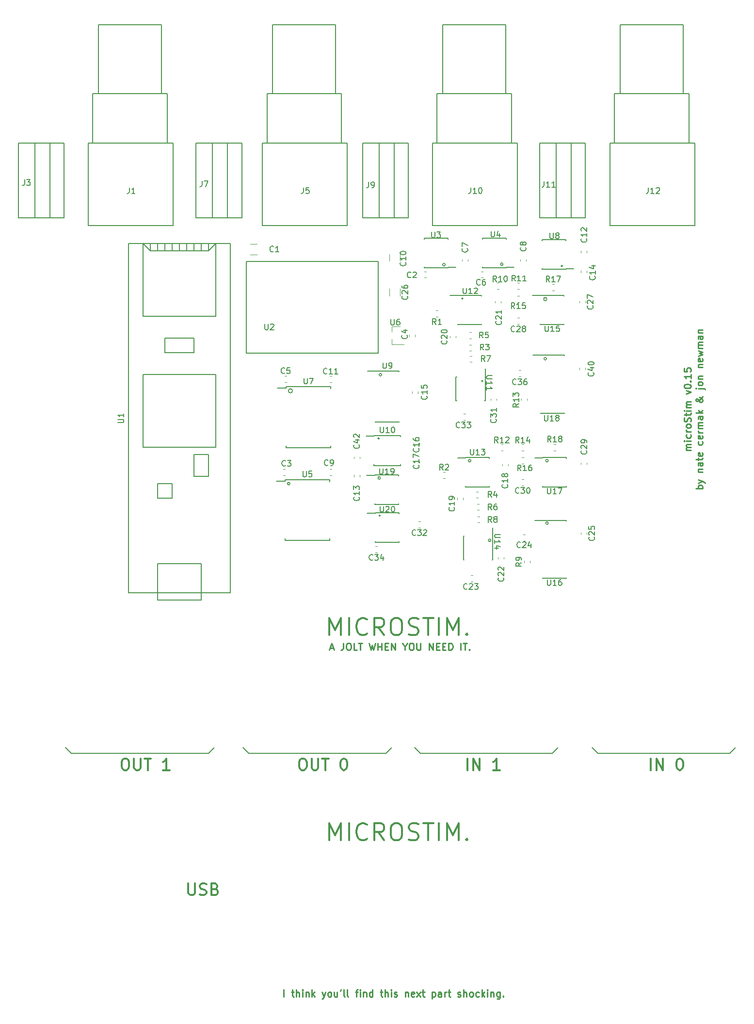
<source format=gto>
G04 #@! TF.GenerationSoftware,KiCad,Pcbnew,5.0.2-bee76a0~70~ubuntu18.04.1*
G04 #@! TF.CreationDate,2018-12-10T22:04:31+02:00*
G04 #@! TF.ProjectId,CombinedPCB,436f6d62-696e-4656-9450-43422e6b6963,rev?*
G04 #@! TF.SameCoordinates,Original*
G04 #@! TF.FileFunction,Legend,Top*
G04 #@! TF.FilePolarity,Positive*
%FSLAX46Y46*%
G04 Gerber Fmt 4.6, Leading zero omitted, Abs format (unit mm)*
G04 Created by KiCad (PCBNEW 5.0.2-bee76a0~70~ubuntu18.04.1) date Mon Dec 10 22:04:31 2018*
%MOMM*%
%LPD*%
G01*
G04 APERTURE LIST*
%ADD10C,0.200000*%
%ADD11C,0.250000*%
%ADD12C,0.300000*%
%ADD13C,0.150000*%
%ADD14C,0.120000*%
G04 APERTURE END LIST*
D10*
X100123607Y-84900000D02*
G75*
G03X100123607Y-84900000I-223607J0D01*
G01*
X119223607Y-113800000D02*
G75*
G03X119223607Y-113800000I-223607J0D01*
G01*
X129223607Y-110800000D02*
G75*
G03X129223607Y-110800000I-223607J0D01*
G01*
X84560555Y-87700000D02*
G75*
G03X84560555Y-87700000I-360555J0D01*
G01*
X84123607Y-103900000D02*
G75*
G03X84123607Y-103900000I-223607J0D01*
G01*
X99941421Y-109500000D02*
G75*
G03X99941421Y-109500000I-141421J0D01*
G01*
X99923607Y-102900000D02*
G75*
G03X99923607Y-102900000I-223607J0D01*
G01*
X99741421Y-96000000D02*
G75*
G03X99741421Y-96000000I-141421J0D01*
G01*
X115723607Y-99900000D02*
G75*
G03X115723607Y-99900000I-223607J0D01*
G01*
X129223607Y-99900000D02*
G75*
G03X129223607Y-99900000I-223607J0D01*
G01*
X117841421Y-86000000D02*
G75*
G03X117841421Y-86000000I-141421J0D01*
G01*
X114341421Y-71600000D02*
G75*
G03X114341421Y-71600000I-141421J0D01*
G01*
X111223607Y-65700000D02*
G75*
G03X111223607Y-65700000I-223607J0D01*
G01*
X121323607Y-65600000D02*
G75*
G03X121323607Y-65600000I-223607J0D01*
G01*
X131741421Y-65900000D02*
G75*
G03X131741421Y-65900000I-141421J0D01*
G01*
X128982843Y-71700000D02*
G75*
G03X128982843Y-71700000I-282843J0D01*
G01*
X128923607Y-82100000D02*
G75*
G03X128923607Y-82100000I-223607J0D01*
G01*
D11*
X154117857Y-98042857D02*
X153317857Y-98042857D01*
X153432142Y-98042857D02*
X153375000Y-97985714D01*
X153317857Y-97871428D01*
X153317857Y-97700000D01*
X153375000Y-97585714D01*
X153489285Y-97528571D01*
X154117857Y-97528571D01*
X153489285Y-97528571D02*
X153375000Y-97471428D01*
X153317857Y-97357142D01*
X153317857Y-97185714D01*
X153375000Y-97071428D01*
X153489285Y-97014285D01*
X154117857Y-97014285D01*
X154117857Y-96442857D02*
X153317857Y-96442857D01*
X152917857Y-96442857D02*
X152975000Y-96500000D01*
X153032142Y-96442857D01*
X152975000Y-96385714D01*
X152917857Y-96442857D01*
X153032142Y-96442857D01*
X154060714Y-95357142D02*
X154117857Y-95471428D01*
X154117857Y-95700000D01*
X154060714Y-95814285D01*
X154003571Y-95871428D01*
X153889285Y-95928571D01*
X153546428Y-95928571D01*
X153432142Y-95871428D01*
X153375000Y-95814285D01*
X153317857Y-95700000D01*
X153317857Y-95471428D01*
X153375000Y-95357142D01*
X154117857Y-94842857D02*
X153317857Y-94842857D01*
X153546428Y-94842857D02*
X153432142Y-94785714D01*
X153375000Y-94728571D01*
X153317857Y-94614285D01*
X153317857Y-94500000D01*
X154117857Y-93928571D02*
X154060714Y-94042857D01*
X154003571Y-94100000D01*
X153889285Y-94157142D01*
X153546428Y-94157142D01*
X153432142Y-94100000D01*
X153375000Y-94042857D01*
X153317857Y-93928571D01*
X153317857Y-93757142D01*
X153375000Y-93642857D01*
X153432142Y-93585714D01*
X153546428Y-93528571D01*
X153889285Y-93528571D01*
X154003571Y-93585714D01*
X154060714Y-93642857D01*
X154117857Y-93757142D01*
X154117857Y-93928571D01*
X154060714Y-93071428D02*
X154117857Y-92900000D01*
X154117857Y-92614285D01*
X154060714Y-92500000D01*
X154003571Y-92442857D01*
X153889285Y-92385714D01*
X153775000Y-92385714D01*
X153660714Y-92442857D01*
X153603571Y-92500000D01*
X153546428Y-92614285D01*
X153489285Y-92842857D01*
X153432142Y-92957142D01*
X153375000Y-93014285D01*
X153260714Y-93071428D01*
X153146428Y-93071428D01*
X153032142Y-93014285D01*
X152975000Y-92957142D01*
X152917857Y-92842857D01*
X152917857Y-92557142D01*
X152975000Y-92385714D01*
X153317857Y-92042857D02*
X153317857Y-91585714D01*
X152917857Y-91871428D02*
X153946428Y-91871428D01*
X154060714Y-91814285D01*
X154117857Y-91700000D01*
X154117857Y-91585714D01*
X154117857Y-91185714D02*
X153317857Y-91185714D01*
X152917857Y-91185714D02*
X152975000Y-91242857D01*
X153032142Y-91185714D01*
X152975000Y-91128571D01*
X152917857Y-91185714D01*
X153032142Y-91185714D01*
X154117857Y-90614285D02*
X153317857Y-90614285D01*
X153432142Y-90614285D02*
X153375000Y-90557142D01*
X153317857Y-90442857D01*
X153317857Y-90271428D01*
X153375000Y-90157142D01*
X153489285Y-90100000D01*
X154117857Y-90100000D01*
X153489285Y-90100000D02*
X153375000Y-90042857D01*
X153317857Y-89928571D01*
X153317857Y-89757142D01*
X153375000Y-89642857D01*
X153489285Y-89585714D01*
X154117857Y-89585714D01*
X153317857Y-88214285D02*
X154117857Y-87928571D01*
X153317857Y-87642857D01*
X152917857Y-86957142D02*
X152917857Y-86842857D01*
X152975000Y-86728571D01*
X153032142Y-86671428D01*
X153146428Y-86614285D01*
X153375000Y-86557142D01*
X153660714Y-86557142D01*
X153889285Y-86614285D01*
X154003571Y-86671428D01*
X154060714Y-86728571D01*
X154117857Y-86842857D01*
X154117857Y-86957142D01*
X154060714Y-87071428D01*
X154003571Y-87128571D01*
X153889285Y-87185714D01*
X153660714Y-87242857D01*
X153375000Y-87242857D01*
X153146428Y-87185714D01*
X153032142Y-87128571D01*
X152975000Y-87071428D01*
X152917857Y-86957142D01*
X154003571Y-86042857D02*
X154060714Y-85985714D01*
X154117857Y-86042857D01*
X154060714Y-86100000D01*
X154003571Y-86042857D01*
X154117857Y-86042857D01*
X154117857Y-84842857D02*
X154117857Y-85528571D01*
X154117857Y-85185714D02*
X152917857Y-85185714D01*
X153089285Y-85300000D01*
X153203571Y-85414285D01*
X153260714Y-85528571D01*
X152917857Y-83757142D02*
X152917857Y-84328571D01*
X153489285Y-84385714D01*
X153432142Y-84328571D01*
X153375000Y-84214285D01*
X153375000Y-83928571D01*
X153432142Y-83814285D01*
X153489285Y-83757142D01*
X153603571Y-83700000D01*
X153889285Y-83700000D01*
X154003571Y-83757142D01*
X154060714Y-83814285D01*
X154117857Y-83928571D01*
X154117857Y-84214285D01*
X154060714Y-84328571D01*
X154003571Y-84385714D01*
X156167857Y-104757142D02*
X154967857Y-104757142D01*
X155425000Y-104757142D02*
X155367857Y-104642857D01*
X155367857Y-104414285D01*
X155425000Y-104300000D01*
X155482142Y-104242857D01*
X155596428Y-104185714D01*
X155939285Y-104185714D01*
X156053571Y-104242857D01*
X156110714Y-104300000D01*
X156167857Y-104414285D01*
X156167857Y-104642857D01*
X156110714Y-104757142D01*
X155367857Y-103785714D02*
X156167857Y-103500000D01*
X155367857Y-103214285D02*
X156167857Y-103500000D01*
X156453571Y-103614285D01*
X156510714Y-103671428D01*
X156567857Y-103785714D01*
X155367857Y-101842857D02*
X156167857Y-101842857D01*
X155482142Y-101842857D02*
X155425000Y-101785714D01*
X155367857Y-101671428D01*
X155367857Y-101500000D01*
X155425000Y-101385714D01*
X155539285Y-101328571D01*
X156167857Y-101328571D01*
X156167857Y-100242857D02*
X155539285Y-100242857D01*
X155425000Y-100300000D01*
X155367857Y-100414285D01*
X155367857Y-100642857D01*
X155425000Y-100757142D01*
X156110714Y-100242857D02*
X156167857Y-100357142D01*
X156167857Y-100642857D01*
X156110714Y-100757142D01*
X155996428Y-100814285D01*
X155882142Y-100814285D01*
X155767857Y-100757142D01*
X155710714Y-100642857D01*
X155710714Y-100357142D01*
X155653571Y-100242857D01*
X155367857Y-99842857D02*
X155367857Y-99385714D01*
X154967857Y-99671428D02*
X155996428Y-99671428D01*
X156110714Y-99614285D01*
X156167857Y-99500000D01*
X156167857Y-99385714D01*
X156110714Y-98528571D02*
X156167857Y-98642857D01*
X156167857Y-98871428D01*
X156110714Y-98985714D01*
X155996428Y-99042857D01*
X155539285Y-99042857D01*
X155425000Y-98985714D01*
X155367857Y-98871428D01*
X155367857Y-98642857D01*
X155425000Y-98528571D01*
X155539285Y-98471428D01*
X155653571Y-98471428D01*
X155767857Y-99042857D01*
X156110714Y-96528571D02*
X156167857Y-96642857D01*
X156167857Y-96871428D01*
X156110714Y-96985714D01*
X156053571Y-97042857D01*
X155939285Y-97100000D01*
X155596428Y-97100000D01*
X155482142Y-97042857D01*
X155425000Y-96985714D01*
X155367857Y-96871428D01*
X155367857Y-96642857D01*
X155425000Y-96528571D01*
X156110714Y-95557142D02*
X156167857Y-95671428D01*
X156167857Y-95900000D01*
X156110714Y-96014285D01*
X155996428Y-96071428D01*
X155539285Y-96071428D01*
X155425000Y-96014285D01*
X155367857Y-95900000D01*
X155367857Y-95671428D01*
X155425000Y-95557142D01*
X155539285Y-95500000D01*
X155653571Y-95500000D01*
X155767857Y-96071428D01*
X156167857Y-94985714D02*
X155367857Y-94985714D01*
X155596428Y-94985714D02*
X155482142Y-94928571D01*
X155425000Y-94871428D01*
X155367857Y-94757142D01*
X155367857Y-94642857D01*
X156167857Y-94242857D02*
X155367857Y-94242857D01*
X155482142Y-94242857D02*
X155425000Y-94185714D01*
X155367857Y-94071428D01*
X155367857Y-93900000D01*
X155425000Y-93785714D01*
X155539285Y-93728571D01*
X156167857Y-93728571D01*
X155539285Y-93728571D02*
X155425000Y-93671428D01*
X155367857Y-93557142D01*
X155367857Y-93385714D01*
X155425000Y-93271428D01*
X155539285Y-93214285D01*
X156167857Y-93214285D01*
X156167857Y-92128571D02*
X155539285Y-92128571D01*
X155425000Y-92185714D01*
X155367857Y-92300000D01*
X155367857Y-92528571D01*
X155425000Y-92642857D01*
X156110714Y-92128571D02*
X156167857Y-92242857D01*
X156167857Y-92528571D01*
X156110714Y-92642857D01*
X155996428Y-92700000D01*
X155882142Y-92700000D01*
X155767857Y-92642857D01*
X155710714Y-92528571D01*
X155710714Y-92242857D01*
X155653571Y-92128571D01*
X156167857Y-91557142D02*
X154967857Y-91557142D01*
X155710714Y-91442857D02*
X156167857Y-91100000D01*
X155367857Y-91100000D02*
X155825000Y-91557142D01*
X156167857Y-88700000D02*
X156167857Y-88757142D01*
X156110714Y-88871428D01*
X155939285Y-89042857D01*
X155596428Y-89328571D01*
X155425000Y-89442857D01*
X155253571Y-89500000D01*
X155139285Y-89500000D01*
X155025000Y-89442857D01*
X154967857Y-89328571D01*
X154967857Y-89271428D01*
X155025000Y-89157142D01*
X155139285Y-89100000D01*
X155196428Y-89100000D01*
X155310714Y-89157142D01*
X155367857Y-89214285D01*
X155596428Y-89557142D01*
X155653571Y-89614285D01*
X155767857Y-89671428D01*
X155939285Y-89671428D01*
X156053571Y-89614285D01*
X156110714Y-89557142D01*
X156167857Y-89442857D01*
X156167857Y-89271428D01*
X156110714Y-89157142D01*
X156053571Y-89100000D01*
X155825000Y-88928571D01*
X155653571Y-88871428D01*
X155539285Y-88871428D01*
X155367857Y-87271428D02*
X156396428Y-87271428D01*
X156510714Y-87328571D01*
X156567857Y-87442857D01*
X156567857Y-87500000D01*
X154967857Y-87271428D02*
X155025000Y-87328571D01*
X155082142Y-87271428D01*
X155025000Y-87214285D01*
X154967857Y-87271428D01*
X155082142Y-87271428D01*
X156167857Y-86528571D02*
X156110714Y-86642857D01*
X156053571Y-86700000D01*
X155939285Y-86757142D01*
X155596428Y-86757142D01*
X155482142Y-86700000D01*
X155425000Y-86642857D01*
X155367857Y-86528571D01*
X155367857Y-86357142D01*
X155425000Y-86242857D01*
X155482142Y-86185714D01*
X155596428Y-86128571D01*
X155939285Y-86128571D01*
X156053571Y-86185714D01*
X156110714Y-86242857D01*
X156167857Y-86357142D01*
X156167857Y-86528571D01*
X155367857Y-85614285D02*
X156167857Y-85614285D01*
X155482142Y-85614285D02*
X155425000Y-85557142D01*
X155367857Y-85442857D01*
X155367857Y-85271428D01*
X155425000Y-85157142D01*
X155539285Y-85100000D01*
X156167857Y-85100000D01*
X155367857Y-83614285D02*
X156167857Y-83614285D01*
X155482142Y-83614285D02*
X155425000Y-83557142D01*
X155367857Y-83442857D01*
X155367857Y-83271428D01*
X155425000Y-83157142D01*
X155539285Y-83100000D01*
X156167857Y-83100000D01*
X156110714Y-82071428D02*
X156167857Y-82185714D01*
X156167857Y-82414285D01*
X156110714Y-82528571D01*
X155996428Y-82585714D01*
X155539285Y-82585714D01*
X155425000Y-82528571D01*
X155367857Y-82414285D01*
X155367857Y-82185714D01*
X155425000Y-82071428D01*
X155539285Y-82014285D01*
X155653571Y-82014285D01*
X155767857Y-82585714D01*
X155367857Y-81614285D02*
X156167857Y-81385714D01*
X155596428Y-81157142D01*
X156167857Y-80928571D01*
X155367857Y-80700000D01*
X156167857Y-80242857D02*
X155367857Y-80242857D01*
X155482142Y-80242857D02*
X155425000Y-80185714D01*
X155367857Y-80071428D01*
X155367857Y-79900000D01*
X155425000Y-79785714D01*
X155539285Y-79728571D01*
X156167857Y-79728571D01*
X155539285Y-79728571D02*
X155425000Y-79671428D01*
X155367857Y-79557142D01*
X155367857Y-79385714D01*
X155425000Y-79271428D01*
X155539285Y-79214285D01*
X156167857Y-79214285D01*
X156167857Y-78128571D02*
X155539285Y-78128571D01*
X155425000Y-78185714D01*
X155367857Y-78300000D01*
X155367857Y-78528571D01*
X155425000Y-78642857D01*
X156110714Y-78128571D02*
X156167857Y-78242857D01*
X156167857Y-78528571D01*
X156110714Y-78642857D01*
X155996428Y-78700000D01*
X155882142Y-78700000D01*
X155767857Y-78642857D01*
X155710714Y-78528571D01*
X155710714Y-78242857D01*
X155653571Y-78128571D01*
X155367857Y-77557142D02*
X156167857Y-77557142D01*
X155482142Y-77557142D02*
X155425000Y-77500000D01*
X155367857Y-77385714D01*
X155367857Y-77214285D01*
X155425000Y-77100000D01*
X155539285Y-77042857D01*
X156167857Y-77042857D01*
D12*
X66376190Y-173704761D02*
X66376190Y-175323809D01*
X66471428Y-175514285D01*
X66566666Y-175609523D01*
X66757142Y-175704761D01*
X67138095Y-175704761D01*
X67328571Y-175609523D01*
X67423809Y-175514285D01*
X67519047Y-175323809D01*
X67519047Y-173704761D01*
X68376190Y-175609523D02*
X68661904Y-175704761D01*
X69138095Y-175704761D01*
X69328571Y-175609523D01*
X69423809Y-175514285D01*
X69519047Y-175323809D01*
X69519047Y-175133333D01*
X69423809Y-174942857D01*
X69328571Y-174847619D01*
X69138095Y-174752380D01*
X68757142Y-174657142D01*
X68566666Y-174561904D01*
X68471428Y-174466666D01*
X68376190Y-174276190D01*
X68376190Y-174085714D01*
X68471428Y-173895238D01*
X68566666Y-173800000D01*
X68757142Y-173704761D01*
X69233333Y-173704761D01*
X69519047Y-173800000D01*
X71042857Y-174657142D02*
X71328571Y-174752380D01*
X71423809Y-174847619D01*
X71519047Y-175038095D01*
X71519047Y-175323809D01*
X71423809Y-175514285D01*
X71328571Y-175609523D01*
X71138095Y-175704761D01*
X70376190Y-175704761D01*
X70376190Y-173704761D01*
X71042857Y-173704761D01*
X71233333Y-173800000D01*
X71328571Y-173895238D01*
X71423809Y-174085714D01*
X71423809Y-174276190D01*
X71328571Y-174466666D01*
X71233333Y-174561904D01*
X71042857Y-174657142D01*
X70376190Y-174657142D01*
D11*
X83057142Y-193442857D02*
X83057142Y-192242857D01*
X84371428Y-192642857D02*
X84828571Y-192642857D01*
X84542857Y-192242857D02*
X84542857Y-193271428D01*
X84600000Y-193385714D01*
X84714285Y-193442857D01*
X84828571Y-193442857D01*
X85228571Y-193442857D02*
X85228571Y-192242857D01*
X85742857Y-193442857D02*
X85742857Y-192814285D01*
X85685714Y-192700000D01*
X85571428Y-192642857D01*
X85400000Y-192642857D01*
X85285714Y-192700000D01*
X85228571Y-192757142D01*
X86314285Y-193442857D02*
X86314285Y-192642857D01*
X86314285Y-192242857D02*
X86257142Y-192300000D01*
X86314285Y-192357142D01*
X86371428Y-192300000D01*
X86314285Y-192242857D01*
X86314285Y-192357142D01*
X86885714Y-192642857D02*
X86885714Y-193442857D01*
X86885714Y-192757142D02*
X86942857Y-192700000D01*
X87057142Y-192642857D01*
X87228571Y-192642857D01*
X87342857Y-192700000D01*
X87400000Y-192814285D01*
X87400000Y-193442857D01*
X87971428Y-193442857D02*
X87971428Y-192242857D01*
X88085714Y-192985714D02*
X88428571Y-193442857D01*
X88428571Y-192642857D02*
X87971428Y-193100000D01*
X89742857Y-192642857D02*
X90028571Y-193442857D01*
X90314285Y-192642857D02*
X90028571Y-193442857D01*
X89914285Y-193728571D01*
X89857142Y-193785714D01*
X89742857Y-193842857D01*
X90942857Y-193442857D02*
X90828571Y-193385714D01*
X90771428Y-193328571D01*
X90714285Y-193214285D01*
X90714285Y-192871428D01*
X90771428Y-192757142D01*
X90828571Y-192700000D01*
X90942857Y-192642857D01*
X91114285Y-192642857D01*
X91228571Y-192700000D01*
X91285714Y-192757142D01*
X91342857Y-192871428D01*
X91342857Y-193214285D01*
X91285714Y-193328571D01*
X91228571Y-193385714D01*
X91114285Y-193442857D01*
X90942857Y-193442857D01*
X92371428Y-192642857D02*
X92371428Y-193442857D01*
X91857142Y-192642857D02*
X91857142Y-193271428D01*
X91914285Y-193385714D01*
X92028571Y-193442857D01*
X92200000Y-193442857D01*
X92314285Y-193385714D01*
X92371428Y-193328571D01*
X93000000Y-192242857D02*
X92885714Y-192471428D01*
X93685714Y-193442857D02*
X93571428Y-193385714D01*
X93514285Y-193271428D01*
X93514285Y-192242857D01*
X94314285Y-193442857D02*
X94200000Y-193385714D01*
X94142857Y-193271428D01*
X94142857Y-192242857D01*
X95514285Y-192642857D02*
X95971428Y-192642857D01*
X95685714Y-193442857D02*
X95685714Y-192414285D01*
X95742857Y-192300000D01*
X95857142Y-192242857D01*
X95971428Y-192242857D01*
X96371428Y-193442857D02*
X96371428Y-192642857D01*
X96371428Y-192242857D02*
X96314285Y-192300000D01*
X96371428Y-192357142D01*
X96428571Y-192300000D01*
X96371428Y-192242857D01*
X96371428Y-192357142D01*
X96942857Y-192642857D02*
X96942857Y-193442857D01*
X96942857Y-192757142D02*
X97000000Y-192700000D01*
X97114285Y-192642857D01*
X97285714Y-192642857D01*
X97400000Y-192700000D01*
X97457142Y-192814285D01*
X97457142Y-193442857D01*
X98542857Y-193442857D02*
X98542857Y-192242857D01*
X98542857Y-193385714D02*
X98428571Y-193442857D01*
X98200000Y-193442857D01*
X98085714Y-193385714D01*
X98028571Y-193328571D01*
X97971428Y-193214285D01*
X97971428Y-192871428D01*
X98028571Y-192757142D01*
X98085714Y-192700000D01*
X98200000Y-192642857D01*
X98428571Y-192642857D01*
X98542857Y-192700000D01*
X99857142Y-192642857D02*
X100314285Y-192642857D01*
X100028571Y-192242857D02*
X100028571Y-193271428D01*
X100085714Y-193385714D01*
X100200000Y-193442857D01*
X100314285Y-193442857D01*
X100714285Y-193442857D02*
X100714285Y-192242857D01*
X101228571Y-193442857D02*
X101228571Y-192814285D01*
X101171428Y-192700000D01*
X101057142Y-192642857D01*
X100885714Y-192642857D01*
X100771428Y-192700000D01*
X100714285Y-192757142D01*
X101800000Y-193442857D02*
X101800000Y-192642857D01*
X101800000Y-192242857D02*
X101742857Y-192300000D01*
X101800000Y-192357142D01*
X101857142Y-192300000D01*
X101800000Y-192242857D01*
X101800000Y-192357142D01*
X102314285Y-193385714D02*
X102428571Y-193442857D01*
X102657142Y-193442857D01*
X102771428Y-193385714D01*
X102828571Y-193271428D01*
X102828571Y-193214285D01*
X102771428Y-193100000D01*
X102657142Y-193042857D01*
X102485714Y-193042857D01*
X102371428Y-192985714D01*
X102314285Y-192871428D01*
X102314285Y-192814285D01*
X102371428Y-192700000D01*
X102485714Y-192642857D01*
X102657142Y-192642857D01*
X102771428Y-192700000D01*
X104257142Y-192642857D02*
X104257142Y-193442857D01*
X104257142Y-192757142D02*
X104314285Y-192700000D01*
X104428571Y-192642857D01*
X104600000Y-192642857D01*
X104714285Y-192700000D01*
X104771428Y-192814285D01*
X104771428Y-193442857D01*
X105800000Y-193385714D02*
X105685714Y-193442857D01*
X105457142Y-193442857D01*
X105342857Y-193385714D01*
X105285714Y-193271428D01*
X105285714Y-192814285D01*
X105342857Y-192700000D01*
X105457142Y-192642857D01*
X105685714Y-192642857D01*
X105800000Y-192700000D01*
X105857142Y-192814285D01*
X105857142Y-192928571D01*
X105285714Y-193042857D01*
X106257142Y-193442857D02*
X106885714Y-192642857D01*
X106257142Y-192642857D02*
X106885714Y-193442857D01*
X107171428Y-192642857D02*
X107628571Y-192642857D01*
X107342857Y-192242857D02*
X107342857Y-193271428D01*
X107400000Y-193385714D01*
X107514285Y-193442857D01*
X107628571Y-193442857D01*
X108942857Y-192642857D02*
X108942857Y-193842857D01*
X108942857Y-192700000D02*
X109057142Y-192642857D01*
X109285714Y-192642857D01*
X109400000Y-192700000D01*
X109457142Y-192757142D01*
X109514285Y-192871428D01*
X109514285Y-193214285D01*
X109457142Y-193328571D01*
X109400000Y-193385714D01*
X109285714Y-193442857D01*
X109057142Y-193442857D01*
X108942857Y-193385714D01*
X110542857Y-193442857D02*
X110542857Y-192814285D01*
X110485714Y-192700000D01*
X110371428Y-192642857D01*
X110142857Y-192642857D01*
X110028571Y-192700000D01*
X110542857Y-193385714D02*
X110428571Y-193442857D01*
X110142857Y-193442857D01*
X110028571Y-193385714D01*
X109971428Y-193271428D01*
X109971428Y-193157142D01*
X110028571Y-193042857D01*
X110142857Y-192985714D01*
X110428571Y-192985714D01*
X110542857Y-192928571D01*
X111114285Y-193442857D02*
X111114285Y-192642857D01*
X111114285Y-192871428D02*
X111171428Y-192757142D01*
X111228571Y-192700000D01*
X111342857Y-192642857D01*
X111457142Y-192642857D01*
X111685714Y-192642857D02*
X112142857Y-192642857D01*
X111857142Y-192242857D02*
X111857142Y-193271428D01*
X111914285Y-193385714D01*
X112028571Y-193442857D01*
X112142857Y-193442857D01*
X113400000Y-193385714D02*
X113514285Y-193442857D01*
X113742857Y-193442857D01*
X113857142Y-193385714D01*
X113914285Y-193271428D01*
X113914285Y-193214285D01*
X113857142Y-193100000D01*
X113742857Y-193042857D01*
X113571428Y-193042857D01*
X113457142Y-192985714D01*
X113400000Y-192871428D01*
X113400000Y-192814285D01*
X113457142Y-192700000D01*
X113571428Y-192642857D01*
X113742857Y-192642857D01*
X113857142Y-192700000D01*
X114428571Y-193442857D02*
X114428571Y-192242857D01*
X114942857Y-193442857D02*
X114942857Y-192814285D01*
X114885714Y-192700000D01*
X114771428Y-192642857D01*
X114600000Y-192642857D01*
X114485714Y-192700000D01*
X114428571Y-192757142D01*
X115685714Y-193442857D02*
X115571428Y-193385714D01*
X115514285Y-193328571D01*
X115457142Y-193214285D01*
X115457142Y-192871428D01*
X115514285Y-192757142D01*
X115571428Y-192700000D01*
X115685714Y-192642857D01*
X115857142Y-192642857D01*
X115971428Y-192700000D01*
X116028571Y-192757142D01*
X116085714Y-192871428D01*
X116085714Y-193214285D01*
X116028571Y-193328571D01*
X115971428Y-193385714D01*
X115857142Y-193442857D01*
X115685714Y-193442857D01*
X117114285Y-193385714D02*
X117000000Y-193442857D01*
X116771428Y-193442857D01*
X116657142Y-193385714D01*
X116600000Y-193328571D01*
X116542857Y-193214285D01*
X116542857Y-192871428D01*
X116600000Y-192757142D01*
X116657142Y-192700000D01*
X116771428Y-192642857D01*
X117000000Y-192642857D01*
X117114285Y-192700000D01*
X117628571Y-193442857D02*
X117628571Y-192242857D01*
X117742857Y-192985714D02*
X118085714Y-193442857D01*
X118085714Y-192642857D02*
X117628571Y-193100000D01*
X118600000Y-193442857D02*
X118600000Y-192642857D01*
X118600000Y-192242857D02*
X118542857Y-192300000D01*
X118600000Y-192357142D01*
X118657142Y-192300000D01*
X118600000Y-192242857D01*
X118600000Y-192357142D01*
X119171428Y-192642857D02*
X119171428Y-193442857D01*
X119171428Y-192757142D02*
X119228571Y-192700000D01*
X119342857Y-192642857D01*
X119514285Y-192642857D01*
X119628571Y-192700000D01*
X119685714Y-192814285D01*
X119685714Y-193442857D01*
X120771428Y-192642857D02*
X120771428Y-193614285D01*
X120714285Y-193728571D01*
X120657142Y-193785714D01*
X120542857Y-193842857D01*
X120371428Y-193842857D01*
X120257142Y-193785714D01*
X120771428Y-193385714D02*
X120657142Y-193442857D01*
X120428571Y-193442857D01*
X120314285Y-193385714D01*
X120257142Y-193328571D01*
X120200000Y-193214285D01*
X120200000Y-192871428D01*
X120257142Y-192757142D01*
X120314285Y-192700000D01*
X120428571Y-192642857D01*
X120657142Y-192642857D01*
X120771428Y-192700000D01*
X121342857Y-193328571D02*
X121400000Y-193385714D01*
X121342857Y-193442857D01*
X121285714Y-193385714D01*
X121342857Y-193328571D01*
X121342857Y-193442857D01*
D12*
X91000000Y-166157142D02*
X91000000Y-163157142D01*
X92000000Y-165300000D01*
X93000000Y-163157142D01*
X93000000Y-166157142D01*
X94428571Y-166157142D02*
X94428571Y-163157142D01*
X97571428Y-165871428D02*
X97428571Y-166014285D01*
X97000000Y-166157142D01*
X96714285Y-166157142D01*
X96285714Y-166014285D01*
X96000000Y-165728571D01*
X95857142Y-165442857D01*
X95714285Y-164871428D01*
X95714285Y-164442857D01*
X95857142Y-163871428D01*
X96000000Y-163585714D01*
X96285714Y-163300000D01*
X96714285Y-163157142D01*
X97000000Y-163157142D01*
X97428571Y-163300000D01*
X97571428Y-163442857D01*
X100571428Y-166157142D02*
X99571428Y-164728571D01*
X98857142Y-166157142D02*
X98857142Y-163157142D01*
X100000000Y-163157142D01*
X100285714Y-163300000D01*
X100428571Y-163442857D01*
X100571428Y-163728571D01*
X100571428Y-164157142D01*
X100428571Y-164442857D01*
X100285714Y-164585714D01*
X100000000Y-164728571D01*
X98857142Y-164728571D01*
X102428571Y-163157142D02*
X103000000Y-163157142D01*
X103285714Y-163300000D01*
X103571428Y-163585714D01*
X103714285Y-164157142D01*
X103714285Y-165157142D01*
X103571428Y-165728571D01*
X103285714Y-166014285D01*
X103000000Y-166157142D01*
X102428571Y-166157142D01*
X102142857Y-166014285D01*
X101857142Y-165728571D01*
X101714285Y-165157142D01*
X101714285Y-164157142D01*
X101857142Y-163585714D01*
X102142857Y-163300000D01*
X102428571Y-163157142D01*
X104857142Y-166014285D02*
X105285714Y-166157142D01*
X106000000Y-166157142D01*
X106285714Y-166014285D01*
X106428571Y-165871428D01*
X106571428Y-165585714D01*
X106571428Y-165300000D01*
X106428571Y-165014285D01*
X106285714Y-164871428D01*
X106000000Y-164728571D01*
X105428571Y-164585714D01*
X105142857Y-164442857D01*
X105000000Y-164300000D01*
X104857142Y-164014285D01*
X104857142Y-163728571D01*
X105000000Y-163442857D01*
X105142857Y-163300000D01*
X105428571Y-163157142D01*
X106142857Y-163157142D01*
X106571428Y-163300000D01*
X107428571Y-163157142D02*
X109142857Y-163157142D01*
X108285714Y-166157142D02*
X108285714Y-163157142D01*
X110142857Y-166157142D02*
X110142857Y-163157142D01*
X111571428Y-166157142D02*
X111571428Y-163157142D01*
X112571428Y-165300000D01*
X113571428Y-163157142D01*
X113571428Y-166157142D01*
X115000000Y-165871428D02*
X115142857Y-166014285D01*
X115000000Y-166157142D01*
X114857142Y-166014285D01*
X115000000Y-165871428D01*
X115000000Y-166157142D01*
D11*
X91100000Y-132600000D02*
X91671428Y-132600000D01*
X90985714Y-132942857D02*
X91385714Y-131742857D01*
X91785714Y-132942857D01*
X93442857Y-131742857D02*
X93442857Y-132600000D01*
X93385714Y-132771428D01*
X93271428Y-132885714D01*
X93100000Y-132942857D01*
X92985714Y-132942857D01*
X94242857Y-131742857D02*
X94471428Y-131742857D01*
X94585714Y-131800000D01*
X94700000Y-131914285D01*
X94757142Y-132142857D01*
X94757142Y-132542857D01*
X94700000Y-132771428D01*
X94585714Y-132885714D01*
X94471428Y-132942857D01*
X94242857Y-132942857D01*
X94128571Y-132885714D01*
X94014285Y-132771428D01*
X93957142Y-132542857D01*
X93957142Y-132142857D01*
X94014285Y-131914285D01*
X94128571Y-131800000D01*
X94242857Y-131742857D01*
X95842857Y-132942857D02*
X95271428Y-132942857D01*
X95271428Y-131742857D01*
X96071428Y-131742857D02*
X96757142Y-131742857D01*
X96414285Y-132942857D02*
X96414285Y-131742857D01*
X97957142Y-131742857D02*
X98242857Y-132942857D01*
X98471428Y-132085714D01*
X98700000Y-132942857D01*
X98985714Y-131742857D01*
X99442857Y-132942857D02*
X99442857Y-131742857D01*
X99442857Y-132314285D02*
X100128571Y-132314285D01*
X100128571Y-132942857D02*
X100128571Y-131742857D01*
X100700000Y-132314285D02*
X101100000Y-132314285D01*
X101271428Y-132942857D02*
X100700000Y-132942857D01*
X100700000Y-131742857D01*
X101271428Y-131742857D01*
X101785714Y-132942857D02*
X101785714Y-131742857D01*
X102471428Y-132942857D01*
X102471428Y-131742857D01*
X104185714Y-132371428D02*
X104185714Y-132942857D01*
X103785714Y-131742857D02*
X104185714Y-132371428D01*
X104585714Y-131742857D01*
X105214285Y-131742857D02*
X105442857Y-131742857D01*
X105557142Y-131800000D01*
X105671428Y-131914285D01*
X105728571Y-132142857D01*
X105728571Y-132542857D01*
X105671428Y-132771428D01*
X105557142Y-132885714D01*
X105442857Y-132942857D01*
X105214285Y-132942857D01*
X105100000Y-132885714D01*
X104985714Y-132771428D01*
X104928571Y-132542857D01*
X104928571Y-132142857D01*
X104985714Y-131914285D01*
X105100000Y-131800000D01*
X105214285Y-131742857D01*
X106242857Y-131742857D02*
X106242857Y-132714285D01*
X106300000Y-132828571D01*
X106357142Y-132885714D01*
X106471428Y-132942857D01*
X106700000Y-132942857D01*
X106814285Y-132885714D01*
X106871428Y-132828571D01*
X106928571Y-132714285D01*
X106928571Y-131742857D01*
X108414285Y-132942857D02*
X108414285Y-131742857D01*
X109100000Y-132942857D01*
X109100000Y-131742857D01*
X109671428Y-132314285D02*
X110071428Y-132314285D01*
X110242857Y-132942857D02*
X109671428Y-132942857D01*
X109671428Y-131742857D01*
X110242857Y-131742857D01*
X110757142Y-132314285D02*
X111157142Y-132314285D01*
X111328571Y-132942857D02*
X110757142Y-132942857D01*
X110757142Y-131742857D01*
X111328571Y-131742857D01*
X111842857Y-132942857D02*
X111842857Y-131742857D01*
X112128571Y-131742857D01*
X112300000Y-131800000D01*
X112414285Y-131914285D01*
X112471428Y-132028571D01*
X112528571Y-132257142D01*
X112528571Y-132428571D01*
X112471428Y-132657142D01*
X112414285Y-132771428D01*
X112300000Y-132885714D01*
X112128571Y-132942857D01*
X111842857Y-132942857D01*
X113957142Y-132942857D02*
X113957142Y-131742857D01*
X114357142Y-131742857D02*
X115042857Y-131742857D01*
X114700000Y-132942857D02*
X114700000Y-131742857D01*
X115442857Y-132828571D02*
X115500000Y-132885714D01*
X115442857Y-132942857D01*
X115385714Y-132885714D01*
X115442857Y-132828571D01*
X115442857Y-132942857D01*
D12*
X91000000Y-130357142D02*
X91000000Y-127357142D01*
X92000000Y-129500000D01*
X93000000Y-127357142D01*
X93000000Y-130357142D01*
X94428571Y-130357142D02*
X94428571Y-127357142D01*
X97571428Y-130071428D02*
X97428571Y-130214285D01*
X97000000Y-130357142D01*
X96714285Y-130357142D01*
X96285714Y-130214285D01*
X96000000Y-129928571D01*
X95857142Y-129642857D01*
X95714285Y-129071428D01*
X95714285Y-128642857D01*
X95857142Y-128071428D01*
X96000000Y-127785714D01*
X96285714Y-127500000D01*
X96714285Y-127357142D01*
X97000000Y-127357142D01*
X97428571Y-127500000D01*
X97571428Y-127642857D01*
X100571428Y-130357142D02*
X99571428Y-128928571D01*
X98857142Y-130357142D02*
X98857142Y-127357142D01*
X100000000Y-127357142D01*
X100285714Y-127500000D01*
X100428571Y-127642857D01*
X100571428Y-127928571D01*
X100571428Y-128357142D01*
X100428571Y-128642857D01*
X100285714Y-128785714D01*
X100000000Y-128928571D01*
X98857142Y-128928571D01*
X102428571Y-127357142D02*
X103000000Y-127357142D01*
X103285714Y-127500000D01*
X103571428Y-127785714D01*
X103714285Y-128357142D01*
X103714285Y-129357142D01*
X103571428Y-129928571D01*
X103285714Y-130214285D01*
X103000000Y-130357142D01*
X102428571Y-130357142D01*
X102142857Y-130214285D01*
X101857142Y-129928571D01*
X101714285Y-129357142D01*
X101714285Y-128357142D01*
X101857142Y-127785714D01*
X102142857Y-127500000D01*
X102428571Y-127357142D01*
X104857142Y-130214285D02*
X105285714Y-130357142D01*
X106000000Y-130357142D01*
X106285714Y-130214285D01*
X106428571Y-130071428D01*
X106571428Y-129785714D01*
X106571428Y-129500000D01*
X106428571Y-129214285D01*
X106285714Y-129071428D01*
X106000000Y-128928571D01*
X105428571Y-128785714D01*
X105142857Y-128642857D01*
X105000000Y-128500000D01*
X104857142Y-128214285D01*
X104857142Y-127928571D01*
X105000000Y-127642857D01*
X105142857Y-127500000D01*
X105428571Y-127357142D01*
X106142857Y-127357142D01*
X106571428Y-127500000D01*
X107428571Y-127357142D02*
X109142857Y-127357142D01*
X108285714Y-130357142D02*
X108285714Y-127357142D01*
X110142857Y-130357142D02*
X110142857Y-127357142D01*
X111571428Y-130357142D02*
X111571428Y-127357142D01*
X112571428Y-129500000D01*
X113571428Y-127357142D01*
X113571428Y-130357142D01*
X115000000Y-130071428D02*
X115142857Y-130214285D01*
X115000000Y-130357142D01*
X114857142Y-130214285D01*
X115000000Y-130071428D01*
X115000000Y-130357142D01*
X55185714Y-151904761D02*
X55566666Y-151904761D01*
X55757142Y-152000000D01*
X55947619Y-152190476D01*
X56042857Y-152571428D01*
X56042857Y-153238095D01*
X55947619Y-153619047D01*
X55757142Y-153809523D01*
X55566666Y-153904761D01*
X55185714Y-153904761D01*
X54995238Y-153809523D01*
X54804761Y-153619047D01*
X54709523Y-153238095D01*
X54709523Y-152571428D01*
X54804761Y-152190476D01*
X54995238Y-152000000D01*
X55185714Y-151904761D01*
X56900000Y-151904761D02*
X56900000Y-153523809D01*
X56995238Y-153714285D01*
X57090476Y-153809523D01*
X57280952Y-153904761D01*
X57661904Y-153904761D01*
X57852380Y-153809523D01*
X57947619Y-153714285D01*
X58042857Y-153523809D01*
X58042857Y-151904761D01*
X58709523Y-151904761D02*
X59852380Y-151904761D01*
X59280952Y-153904761D02*
X59280952Y-151904761D01*
X63090476Y-153904761D02*
X61947619Y-153904761D01*
X62519047Y-153904761D02*
X62519047Y-151904761D01*
X62328571Y-152190476D01*
X62138095Y-152380952D01*
X61947619Y-152476190D01*
X86185714Y-151904761D02*
X86566666Y-151904761D01*
X86757142Y-152000000D01*
X86947619Y-152190476D01*
X87042857Y-152571428D01*
X87042857Y-153238095D01*
X86947619Y-153619047D01*
X86757142Y-153809523D01*
X86566666Y-153904761D01*
X86185714Y-153904761D01*
X85995238Y-153809523D01*
X85804761Y-153619047D01*
X85709523Y-153238095D01*
X85709523Y-152571428D01*
X85804761Y-152190476D01*
X85995238Y-152000000D01*
X86185714Y-151904761D01*
X87900000Y-151904761D02*
X87900000Y-153523809D01*
X87995238Y-153714285D01*
X88090476Y-153809523D01*
X88280952Y-153904761D01*
X88661904Y-153904761D01*
X88852380Y-153809523D01*
X88947619Y-153714285D01*
X89042857Y-153523809D01*
X89042857Y-151904761D01*
X89709523Y-151904761D02*
X90852380Y-151904761D01*
X90280952Y-153904761D02*
X90280952Y-151904761D01*
X93423809Y-151904761D02*
X93614285Y-151904761D01*
X93804761Y-152000000D01*
X93900000Y-152095238D01*
X93995238Y-152285714D01*
X94090476Y-152666666D01*
X94090476Y-153142857D01*
X93995238Y-153523809D01*
X93900000Y-153714285D01*
X93804761Y-153809523D01*
X93614285Y-153904761D01*
X93423809Y-153904761D01*
X93233333Y-153809523D01*
X93138095Y-153714285D01*
X93042857Y-153523809D01*
X92947619Y-153142857D01*
X92947619Y-152666666D01*
X93042857Y-152285714D01*
X93138095Y-152095238D01*
X93233333Y-152000000D01*
X93423809Y-151904761D01*
D10*
X45900000Y-151000000D02*
X44900000Y-150000000D01*
X46900000Y-151000000D02*
X45900000Y-151000000D01*
X69900000Y-151000000D02*
X46900000Y-151000000D01*
X70900000Y-150000000D02*
X69900000Y-151000000D01*
X76900000Y-151000000D02*
X75900000Y-150000000D01*
X100900000Y-151000000D02*
X76900000Y-151000000D01*
X101900000Y-150000000D02*
X100900000Y-151000000D01*
X106900000Y-151000000D02*
X105900000Y-150000000D01*
X129900000Y-151000000D02*
X106900000Y-151000000D01*
X130900000Y-150000000D02*
X129900000Y-151000000D01*
X160900000Y-151000000D02*
X161900000Y-150000000D01*
X137900000Y-151000000D02*
X160900000Y-151000000D01*
X136900000Y-150000000D02*
X137900000Y-151000000D01*
D12*
X115138095Y-153904761D02*
X115138095Y-151904761D01*
X116090476Y-153904761D02*
X116090476Y-151904761D01*
X117233333Y-153904761D01*
X117233333Y-151904761D01*
X120757142Y-153904761D02*
X119614285Y-153904761D01*
X120185714Y-153904761D02*
X120185714Y-151904761D01*
X119995238Y-152190476D01*
X119804761Y-152380952D01*
X119614285Y-152476190D01*
X147138095Y-153904761D02*
X147138095Y-151904761D01*
X148090476Y-153904761D02*
X148090476Y-151904761D01*
X149233333Y-153904761D01*
X149233333Y-151904761D01*
X152090476Y-151904761D02*
X152280952Y-151904761D01*
X152471428Y-152000000D01*
X152566666Y-152095238D01*
X152661904Y-152285714D01*
X152757142Y-152666666D01*
X152757142Y-153142857D01*
X152661904Y-153523809D01*
X152566666Y-153714285D01*
X152471428Y-153809523D01*
X152280952Y-153904761D01*
X152090476Y-153904761D01*
X151900000Y-153809523D01*
X151804761Y-153714285D01*
X151709523Y-153523809D01*
X151614285Y-153142857D01*
X151614285Y-152666666D01*
X151709523Y-152285714D01*
X151804761Y-152095238D01*
X151900000Y-152000000D01*
X152090476Y-151904761D01*
D13*
G04 #@! TO.C,U1*
X60990000Y-106470000D02*
X63530000Y-106470000D01*
X63530000Y-106470000D02*
X63530000Y-103930000D01*
X63530000Y-103930000D02*
X60990000Y-103930000D01*
X60990000Y-103930000D02*
X60990000Y-106470000D01*
X69880000Y-98850000D02*
X69880000Y-102660000D01*
X69880000Y-102660000D02*
X67340000Y-102660000D01*
X67340000Y-102660000D02*
X67340000Y-98850000D01*
X67340000Y-98850000D02*
X69880000Y-98850000D01*
X71150000Y-84880000D02*
X58450000Y-84880000D01*
X58450000Y-97580000D02*
X71150000Y-97580000D01*
X71150000Y-97580000D02*
X71150000Y-84880000D01*
X58450000Y-97580000D02*
X58450000Y-84880000D01*
X69880000Y-63290000D02*
X69880000Y-62020000D01*
X68610000Y-63290000D02*
X68610000Y-62020000D01*
X67340000Y-63290000D02*
X67340000Y-62020000D01*
X66070000Y-63290000D02*
X66070000Y-62020000D01*
X64800000Y-63290000D02*
X64800000Y-62020000D01*
X63530000Y-63290000D02*
X63530000Y-62020000D01*
X62260000Y-63290000D02*
X62260000Y-62020000D01*
X60990000Y-63290000D02*
X60990000Y-62020000D01*
X59720000Y-63290000D02*
X59720000Y-62020000D01*
X71150000Y-62020000D02*
X69880000Y-63290000D01*
X69880000Y-63290000D02*
X59720000Y-63290000D01*
X59720000Y-63290000D02*
X58450000Y-62020000D01*
X58450000Y-62020000D02*
X58450000Y-74720000D01*
X58450000Y-74720000D02*
X71150000Y-74720000D01*
X71150000Y-74720000D02*
X71150000Y-62020000D01*
X55910000Y-62020000D02*
X55910000Y-122980000D01*
X73690000Y-122980000D02*
X73690000Y-62020000D01*
X68610000Y-122980000D02*
X68610000Y-124250000D01*
X68610000Y-124250000D02*
X60990000Y-124250000D01*
X60990000Y-124250000D02*
X60990000Y-122980000D01*
X68610000Y-117900000D02*
X60990000Y-117900000D01*
X60990000Y-117900000D02*
X60990000Y-122980000D01*
X68610000Y-117900000D02*
X68610000Y-122980000D01*
X62260000Y-78530000D02*
X67340000Y-78530000D01*
X67340000Y-78530000D02*
X67340000Y-81070000D01*
X67340000Y-81070000D02*
X62260000Y-81070000D01*
X62260000Y-81070000D02*
X62260000Y-78530000D01*
X55910000Y-62020000D02*
X73690000Y-62020000D01*
X73690000Y-122980000D02*
X55910000Y-122980000D01*
G04 #@! TO.C,J12*
X140000000Y-44500000D02*
X140000000Y-58900000D01*
X140000000Y-58900000D02*
X154800000Y-58900000D01*
X154800000Y-58900000D02*
X154800000Y-44500000D01*
X154800000Y-44500000D02*
X140000000Y-44500000D01*
X153800000Y-35800000D02*
X140800000Y-35800000D01*
X140800000Y-44500000D02*
X140800000Y-35800000D01*
X153800000Y-44500000D02*
X153800000Y-35800000D01*
X152800000Y-35800000D02*
X152800000Y-23800000D01*
X141800000Y-23800000D02*
X141800000Y-35800000D01*
X152800000Y-23800000D02*
X141800000Y-23800000D01*
G04 #@! TO.C,J1*
X61700000Y-23800000D02*
X50700000Y-23800000D01*
X50700000Y-23800000D02*
X50700000Y-35800000D01*
X61700000Y-35800000D02*
X61700000Y-23800000D01*
X62700000Y-44500000D02*
X62700000Y-35800000D01*
X49700000Y-44500000D02*
X49700000Y-35800000D01*
X62700000Y-35800000D02*
X49700000Y-35800000D01*
X63700000Y-44500000D02*
X48900000Y-44500000D01*
X63700000Y-58900000D02*
X63700000Y-44500000D01*
X48900000Y-58900000D02*
X63700000Y-58900000D01*
X48900000Y-44500000D02*
X48900000Y-58900000D01*
G04 #@! TO.C,J10*
X121800000Y-23800000D02*
X110800000Y-23800000D01*
X110800000Y-23800000D02*
X110800000Y-35800000D01*
X121800000Y-35800000D02*
X121800000Y-23800000D01*
X122800000Y-44500000D02*
X122800000Y-35800000D01*
X109800000Y-44500000D02*
X109800000Y-35800000D01*
X122800000Y-35800000D02*
X109800000Y-35800000D01*
X123800000Y-44500000D02*
X109000000Y-44500000D01*
X123800000Y-58900000D02*
X123800000Y-44500000D01*
X109000000Y-58900000D02*
X123800000Y-58900000D01*
X109000000Y-44500000D02*
X109000000Y-58900000D01*
G04 #@! TO.C,J5*
X79300000Y-44500000D02*
X79300000Y-58900000D01*
X79300000Y-58900000D02*
X94100000Y-58900000D01*
X94100000Y-58900000D02*
X94100000Y-44500000D01*
X94100000Y-44500000D02*
X79300000Y-44500000D01*
X93100000Y-35800000D02*
X80100000Y-35800000D01*
X80100000Y-44500000D02*
X80100000Y-35800000D01*
X93100000Y-44500000D02*
X93100000Y-35800000D01*
X92100000Y-35800000D02*
X92100000Y-23800000D01*
X81100000Y-23800000D02*
X81100000Y-35800000D01*
X92100000Y-23800000D02*
X81100000Y-23800000D01*
D14*
G04 #@! TO.C,C42*
X96304000Y-99215221D02*
X96304000Y-99540779D01*
X95284000Y-99215221D02*
X95284000Y-99540779D01*
G04 #@! TO.C,C34*
X99385779Y-114870000D02*
X99060221Y-114870000D01*
X99385779Y-115890000D02*
X99060221Y-115890000D01*
G04 #@! TO.C,C32*
X106878779Y-111572000D02*
X106553221Y-111572000D01*
X106878779Y-110552000D02*
X106553221Y-110552000D01*
D13*
G04 #@! TO.C,U19*
X98926000Y-102441000D02*
X97526000Y-102441000D01*
X98926000Y-107541000D02*
X103076000Y-107541000D01*
X98926000Y-102391000D02*
X103076000Y-102391000D01*
X98926000Y-107541000D02*
X98926000Y-107396000D01*
X103076000Y-107541000D02*
X103076000Y-107396000D01*
X103076000Y-102391000D02*
X103076000Y-102536000D01*
X98926000Y-102391000D02*
X98926000Y-102441000D01*
G04 #@! TO.C,U20*
X99020000Y-108995000D02*
X99020000Y-109045000D01*
X103170000Y-108995000D02*
X103170000Y-109140000D01*
X103170000Y-114145000D02*
X103170000Y-114000000D01*
X99020000Y-114145000D02*
X99020000Y-114000000D01*
X99020000Y-108995000D02*
X103170000Y-108995000D01*
X99020000Y-114145000D02*
X103170000Y-114145000D01*
X99020000Y-109045000D02*
X97620000Y-109045000D01*
D14*
G04 #@! TO.C,C29*
X134908000Y-100231221D02*
X134908000Y-100556779D01*
X135928000Y-100231221D02*
X135928000Y-100556779D01*
G04 #@! TO.C,C30*
X124912779Y-104206000D02*
X124587221Y-104206000D01*
X124912779Y-103186000D02*
X124587221Y-103186000D01*
G04 #@! TO.C,C27*
X134654000Y-72037221D02*
X134654000Y-72362779D01*
X135674000Y-72037221D02*
X135674000Y-72362779D01*
G04 #@! TO.C,C28*
X124150779Y-76012000D02*
X123825221Y-76012000D01*
X124150779Y-74992000D02*
X123825221Y-74992000D01*
G04 #@! TO.C,C10*
X101488000Y-63828436D02*
X101488000Y-65032564D01*
X103308000Y-63828436D02*
X103308000Y-65032564D01*
G04 #@! TO.C,C26*
X103308000Y-69910436D02*
X103308000Y-71114564D01*
X101488000Y-69910436D02*
X101488000Y-71114564D01*
D13*
G04 #@! TO.C,U17*
X128263000Y-99393000D02*
X126863000Y-99393000D01*
X128263000Y-104493000D02*
X132413000Y-104493000D01*
X128263000Y-99343000D02*
X132413000Y-99343000D01*
X128263000Y-104493000D02*
X128263000Y-104348000D01*
X132413000Y-104493000D02*
X132413000Y-104348000D01*
X132413000Y-99343000D02*
X132413000Y-99488000D01*
X128263000Y-99343000D02*
X128263000Y-99393000D01*
G04 #@! TO.C,U15*
X127849000Y-71022000D02*
X127849000Y-71072000D01*
X131999000Y-71022000D02*
X131999000Y-71167000D01*
X131999000Y-76172000D02*
X131999000Y-76027000D01*
X127849000Y-76172000D02*
X127849000Y-76027000D01*
X127849000Y-71022000D02*
X131999000Y-71022000D01*
X127849000Y-76172000D02*
X131999000Y-76172000D01*
X127849000Y-71072000D02*
X126449000Y-71072000D01*
D14*
G04 #@! TO.C,R15*
X123825221Y-72202000D02*
X124150779Y-72202000D01*
X123825221Y-71182000D02*
X124150779Y-71182000D01*
G04 #@! TO.C,R12*
X121331279Y-98110000D02*
X121005721Y-98110000D01*
X121331279Y-97090000D02*
X121005721Y-97090000D01*
G04 #@! TO.C,R11*
X124150779Y-68896000D02*
X123825221Y-68896000D01*
X124150779Y-69916000D02*
X123825221Y-69916000D01*
G04 #@! TO.C,R10*
X120594779Y-69916000D02*
X120269221Y-69916000D01*
X120594779Y-68896000D02*
X120269221Y-68896000D01*
G04 #@! TO.C,R16*
X124587221Y-100396000D02*
X124912779Y-100396000D01*
X124587221Y-99376000D02*
X124912779Y-99376000D01*
G04 #@! TO.C,R17*
X129921221Y-69150000D02*
X130246779Y-69150000D01*
X129921221Y-70170000D02*
X130246779Y-70170000D01*
G04 #@! TO.C,R14*
X124912779Y-97090000D02*
X124587221Y-97090000D01*
X124912779Y-98110000D02*
X124587221Y-98110000D01*
G04 #@! TO.C,R18*
X130175221Y-97090000D02*
X130500779Y-97090000D01*
X130175221Y-98110000D02*
X130500779Y-98110000D01*
G04 #@! TO.C,C1*
X78402064Y-62090000D02*
X77197936Y-62090000D01*
X78402064Y-63910000D02*
X77197936Y-63910000D01*
D13*
G04 #@! TO.C,U7*
X83460800Y-87241400D02*
X81935800Y-87241400D01*
X83460800Y-97616400D02*
X91210800Y-97616400D01*
X83460800Y-86966400D02*
X91210800Y-86966400D01*
X83460800Y-97616400D02*
X83460800Y-97261400D01*
X91210800Y-97616400D02*
X91210800Y-97261400D01*
X91210800Y-86966400D02*
X91210800Y-87321400D01*
X83460800Y-86966400D02*
X83460800Y-87241400D01*
D14*
G04 #@! TO.C,C6*
X117800779Y-66932000D02*
X117475221Y-66932000D01*
X117800779Y-67952000D02*
X117475221Y-67952000D01*
G04 #@! TO.C,R8*
X116865621Y-110657600D02*
X117191179Y-110657600D01*
X116865621Y-109637600D02*
X117191179Y-109637600D01*
D13*
G04 #@! TO.C,U10*
X98803000Y-95608000D02*
X97453000Y-95608000D01*
X98803000Y-100733000D02*
X103453000Y-100733000D01*
X98803000Y-95483000D02*
X103453000Y-95483000D01*
X98803000Y-100733000D02*
X98803000Y-100508000D01*
X103453000Y-100733000D02*
X103453000Y-100508000D01*
X103453000Y-95483000D02*
X103453000Y-95708000D01*
X98803000Y-95483000D02*
X98803000Y-95608000D01*
D14*
G04 #@! TO.C,C2*
X107894779Y-66932000D02*
X107569221Y-66932000D01*
X107894779Y-67952000D02*
X107569221Y-67952000D01*
G04 #@! TO.C,C3*
X82931221Y-102428000D02*
X83256779Y-102428000D01*
X82931221Y-101408000D02*
X83256779Y-101408000D01*
G04 #@! TO.C,C5*
X83185221Y-86172000D02*
X83510779Y-86172000D01*
X83185221Y-85152000D02*
X83510779Y-85152000D01*
G04 #@! TO.C,C7*
X114206731Y-64751391D02*
X114206731Y-65076949D01*
X115226731Y-64751391D02*
X115226731Y-65076949D01*
G04 #@! TO.C,C8*
X124366731Y-64751391D02*
X124366731Y-65076949D01*
X125386731Y-64751391D02*
X125386731Y-65076949D01*
G04 #@! TO.C,C9*
X91059221Y-102428000D02*
X91384779Y-102428000D01*
X91059221Y-101408000D02*
X91384779Y-101408000D01*
G04 #@! TO.C,C11*
X91384779Y-85152000D02*
X91059221Y-85152000D01*
X91384779Y-86172000D02*
X91059221Y-86172000D01*
G04 #@! TO.C,C12*
X134908000Y-63240721D02*
X134908000Y-63566279D01*
X135928000Y-63240721D02*
X135928000Y-63566279D01*
G04 #@! TO.C,C13*
X96304000Y-102390221D02*
X96304000Y-102715779D01*
X95284000Y-102390221D02*
X95284000Y-102715779D01*
G04 #@! TO.C,C14*
X135928000Y-67096779D02*
X135928000Y-66771221D01*
X134908000Y-67096779D02*
X134908000Y-66771221D01*
G04 #@! TO.C,C15*
X105489484Y-87812864D02*
X105489484Y-88138422D01*
X106509484Y-87812864D02*
X106509484Y-88138422D01*
G04 #@! TO.C,C16*
X105698000Y-99977221D02*
X105698000Y-100302779D01*
X106718000Y-99977221D02*
X106718000Y-100302779D01*
G04 #@! TO.C,C17*
X106718000Y-97127779D02*
X106718000Y-96802221D01*
X105698000Y-97127779D02*
X105698000Y-96802221D01*
D13*
G04 #@! TO.C,U2*
X99490000Y-81090000D02*
X76490000Y-81090000D01*
X99490000Y-65090000D02*
X99490000Y-81090000D01*
X76490000Y-65090000D02*
X99490000Y-65090000D01*
X76490000Y-81090000D02*
X76490000Y-65090000D01*
G04 #@! TO.C,U3*
X111711731Y-66169170D02*
X113111731Y-66169170D01*
X111711731Y-61069170D02*
X107561731Y-61069170D01*
X111711731Y-66219170D02*
X107561731Y-66219170D01*
X111711731Y-61069170D02*
X111711731Y-61214170D01*
X107561731Y-61069170D02*
X107561731Y-61214170D01*
X107561731Y-66219170D02*
X107561731Y-66074170D01*
X111711731Y-66219170D02*
X111711731Y-66169170D01*
G04 #@! TO.C,U4*
X121871731Y-66169170D02*
X123271731Y-66169170D01*
X121871731Y-61069170D02*
X117721731Y-61069170D01*
X121871731Y-66219170D02*
X117721731Y-66219170D01*
X121871731Y-61069170D02*
X121871731Y-61214170D01*
X117721731Y-61069170D02*
X117721731Y-61214170D01*
X117721731Y-66219170D02*
X117721731Y-66074170D01*
X121871731Y-66219170D02*
X121871731Y-66169170D01*
G04 #@! TO.C,U5*
X83283000Y-103472000D02*
X81758000Y-103472000D01*
X83283000Y-113847000D02*
X91033000Y-113847000D01*
X83283000Y-103197000D02*
X91033000Y-103197000D01*
X83283000Y-113847000D02*
X83283000Y-113492000D01*
X91033000Y-113847000D02*
X91033000Y-113492000D01*
X91033000Y-103197000D02*
X91033000Y-103552000D01*
X83283000Y-103197000D02*
X83283000Y-103472000D01*
G04 #@! TO.C,U8*
X132285731Y-66423170D02*
X133685731Y-66423170D01*
X132285731Y-61323170D02*
X128135731Y-61323170D01*
X132285731Y-66473170D02*
X128135731Y-66473170D01*
X132285731Y-61323170D02*
X132285731Y-61468170D01*
X128135731Y-61323170D02*
X128135731Y-61468170D01*
X128135731Y-66473170D02*
X128135731Y-66328170D01*
X132285731Y-66473170D02*
X132285731Y-66423170D01*
G04 #@! TO.C,U9*
X99053000Y-84285000D02*
X97678000Y-84285000D01*
X99053000Y-93160000D02*
X103203000Y-93160000D01*
X99053000Y-84260000D02*
X103203000Y-84260000D01*
X99053000Y-93160000D02*
X99053000Y-93045000D01*
X103203000Y-93160000D02*
X103203000Y-93045000D01*
X103203000Y-84260000D02*
X103203000Y-84375000D01*
X99053000Y-84260000D02*
X99053000Y-84285000D01*
D14*
G04 #@! TO.C,C18*
X121192000Y-100485221D02*
X121192000Y-100810779D01*
X122212000Y-100485221D02*
X122212000Y-100810779D01*
G04 #@! TO.C,C19*
X113318000Y-106352721D02*
X113318000Y-106678279D01*
X114338000Y-106352721D02*
X114338000Y-106678279D01*
G04 #@! TO.C,C20*
X112048000Y-78133221D02*
X112048000Y-78458779D01*
X113068000Y-78133221D02*
X113068000Y-78458779D01*
G04 #@! TO.C,C21*
X119922000Y-72037221D02*
X119922000Y-72362779D01*
X120942000Y-72037221D02*
X120942000Y-72362779D01*
G04 #@! TO.C,C22*
X120430000Y-116741221D02*
X120430000Y-117066779D01*
X121450000Y-116741221D02*
X121450000Y-117066779D01*
G04 #@! TO.C,C23*
X116022779Y-119950000D02*
X115697221Y-119950000D01*
X116022779Y-120970000D02*
X115697221Y-120970000D01*
G04 #@! TO.C,C24*
X124841221Y-113858000D02*
X125166779Y-113858000D01*
X124841221Y-112838000D02*
X125166779Y-112838000D01*
G04 #@! TO.C,C25*
X134908000Y-112423221D02*
X134908000Y-112748779D01*
X135928000Y-112423221D02*
X135928000Y-112748779D01*
G04 #@! TO.C,C31*
X119160000Y-89055221D02*
X119160000Y-89380779D01*
X120180000Y-89055221D02*
X120180000Y-89380779D01*
G04 #@! TO.C,C33*
X114752779Y-91756000D02*
X114427221Y-91756000D01*
X114752779Y-92776000D02*
X114427221Y-92776000D01*
G04 #@! TO.C,C36*
X124079221Y-85156000D02*
X124404779Y-85156000D01*
X124079221Y-84136000D02*
X124404779Y-84136000D01*
G04 #@! TO.C,C40*
X134654000Y-83695721D02*
X134654000Y-84021279D01*
X135674000Y-83695721D02*
X135674000Y-84021279D01*
G04 #@! TO.C,R1*
X109952279Y-73722000D02*
X109626721Y-73722000D01*
X109952279Y-74742000D02*
X109626721Y-74742000D01*
G04 #@! TO.C,R2*
X111196779Y-101916000D02*
X110871221Y-101916000D01*
X111196779Y-102936000D02*
X110871221Y-102936000D01*
G04 #@! TO.C,R3*
X115468521Y-80685600D02*
X115794079Y-80685600D01*
X115468521Y-79665600D02*
X115794079Y-79665600D01*
G04 #@! TO.C,R4*
X116662421Y-106390400D02*
X116987979Y-106390400D01*
X116662421Y-105370400D02*
X116987979Y-105370400D01*
G04 #@! TO.C,R5*
X115468721Y-78552000D02*
X115794279Y-78552000D01*
X115468721Y-77532000D02*
X115794279Y-77532000D01*
G04 #@! TO.C,R6*
X116789321Y-108498600D02*
X117114879Y-108498600D01*
X116789321Y-107478600D02*
X117114879Y-107478600D01*
G04 #@! TO.C,R7*
X115544721Y-82641400D02*
X115870279Y-82641400D01*
X115544721Y-81621400D02*
X115870279Y-81621400D01*
G04 #@! TO.C,R9*
X126022000Y-117701779D02*
X126022000Y-117376221D01*
X125002000Y-117701779D02*
X125002000Y-117376221D01*
G04 #@! TO.C,R13*
X124494000Y-89055221D02*
X124494000Y-89380779D01*
X125514000Y-89055221D02*
X125514000Y-89380779D01*
D13*
G04 #@! TO.C,U12*
X113437000Y-71072000D02*
X112037000Y-71072000D01*
X113437000Y-76172000D02*
X117587000Y-76172000D01*
X113437000Y-71022000D02*
X117587000Y-71022000D01*
X113437000Y-76172000D02*
X113437000Y-76027000D01*
X117587000Y-76172000D02*
X117587000Y-76027000D01*
X117587000Y-71022000D02*
X117587000Y-71167000D01*
X113437000Y-71022000D02*
X113437000Y-71072000D01*
G04 #@! TO.C,U13*
X114801000Y-99393000D02*
X113401000Y-99393000D01*
X114801000Y-104493000D02*
X118951000Y-104493000D01*
X114801000Y-99343000D02*
X118951000Y-99343000D01*
X114801000Y-104493000D02*
X114801000Y-104348000D01*
X118951000Y-104493000D02*
X118951000Y-104348000D01*
X118951000Y-99343000D02*
X118951000Y-99488000D01*
X114801000Y-99343000D02*
X114801000Y-99393000D01*
G04 #@! TO.C,U14*
X119502600Y-113051000D02*
X119502600Y-111651000D01*
X114402600Y-113051000D02*
X114402600Y-117201000D01*
X119552600Y-113051000D02*
X119552600Y-117201000D01*
X114402600Y-113051000D02*
X114547600Y-113051000D01*
X114402600Y-117201000D02*
X114547600Y-117201000D01*
X119552600Y-117201000D02*
X119407600Y-117201000D01*
X119552600Y-113051000D02*
X119502600Y-113051000D01*
G04 #@! TO.C,U16*
X128263000Y-110330000D02*
X126888000Y-110330000D01*
X128263000Y-120455000D02*
X132413000Y-120455000D01*
X128263000Y-110305000D02*
X132413000Y-110305000D01*
X128263000Y-120455000D02*
X128263000Y-120350000D01*
X132413000Y-120455000D02*
X132413000Y-120350000D01*
X132413000Y-110305000D02*
X132413000Y-110410000D01*
X128263000Y-110305000D02*
X128263000Y-110330000D01*
G04 #@! TO.C,U18*
X127915000Y-81501000D02*
X126540000Y-81501000D01*
X127915000Y-91626000D02*
X132065000Y-91626000D01*
X127915000Y-81476000D02*
X132065000Y-81476000D01*
X127915000Y-91626000D02*
X127915000Y-91521000D01*
X132065000Y-91626000D02*
X132065000Y-91521000D01*
X132065000Y-81476000D02*
X132065000Y-81581000D01*
X127915000Y-81476000D02*
X127915000Y-81501000D01*
D14*
G04 #@! TO.C,C4*
X104936000Y-77904721D02*
X104936000Y-78230279D01*
X105956000Y-77904721D02*
X105956000Y-78230279D01*
G04 #@! TO.C,U6*
X101892000Y-76462000D02*
X103352000Y-76462000D01*
X101892000Y-79622000D02*
X104052000Y-79622000D01*
X101892000Y-79622000D02*
X101892000Y-78692000D01*
X101892000Y-76462000D02*
X101892000Y-77392000D01*
D13*
G04 #@! TO.C,U11*
X118207100Y-85245600D02*
X118207100Y-83845600D01*
X113107100Y-85245600D02*
X113107100Y-89395600D01*
X118257100Y-85245600D02*
X118257100Y-89395600D01*
X113107100Y-85245600D02*
X113252100Y-85245600D01*
X113107100Y-89395600D02*
X113252100Y-89395600D01*
X118257100Y-89395600D02*
X118112100Y-89395600D01*
X118257100Y-85245600D02*
X118207100Y-85245600D01*
G04 #@! TO.C,J3*
X44700000Y-44500000D02*
X44700000Y-49500000D01*
X36700000Y-44500000D02*
X44700000Y-44500000D01*
X36700000Y-57500000D02*
X36700000Y-44500000D01*
X44700000Y-57500000D02*
X36700000Y-57500000D01*
X44700000Y-49500000D02*
X44700000Y-57500000D01*
X42200000Y-57500000D02*
X42200000Y-44500000D01*
X42200000Y-44500000D02*
X39600000Y-44500000D01*
X39600000Y-44500000D02*
X39600000Y-57500000D01*
G04 #@! TO.C,J7*
X75700000Y-44500000D02*
X75700000Y-49500000D01*
X67700000Y-44500000D02*
X75700000Y-44500000D01*
X67700000Y-57500000D02*
X67700000Y-44500000D01*
X75700000Y-57500000D02*
X67700000Y-57500000D01*
X75700000Y-49500000D02*
X75700000Y-57500000D01*
X73200000Y-57500000D02*
X73200000Y-44500000D01*
X73200000Y-44500000D02*
X70600000Y-44500000D01*
X70600000Y-44500000D02*
X70600000Y-57500000D01*
G04 #@! TO.C,J9*
X99700000Y-44500000D02*
X99700000Y-57500000D01*
X102300000Y-44500000D02*
X99700000Y-44500000D01*
X102300000Y-57500000D02*
X102300000Y-44500000D01*
X104800000Y-49500000D02*
X104800000Y-57500000D01*
X104800000Y-57500000D02*
X96800000Y-57500000D01*
X96800000Y-57500000D02*
X96800000Y-44500000D01*
X96800000Y-44500000D02*
X104800000Y-44500000D01*
X104800000Y-44500000D02*
X104800000Y-49500000D01*
G04 #@! TO.C,J11*
X130600000Y-44500000D02*
X130600000Y-57500000D01*
X133200000Y-44500000D02*
X130600000Y-44500000D01*
X133200000Y-57500000D02*
X133200000Y-44500000D01*
X135700000Y-49500000D02*
X135700000Y-57500000D01*
X135700000Y-57500000D02*
X127700000Y-57500000D01*
X127700000Y-57500000D02*
X127700000Y-44500000D01*
X127700000Y-44500000D02*
X135700000Y-44500000D01*
X135700000Y-44500000D02*
X135700000Y-49500000D01*
G04 #@! TO.C,U1*
X54092380Y-93261904D02*
X54901904Y-93261904D01*
X54997142Y-93214285D01*
X55044761Y-93166666D01*
X55092380Y-93071428D01*
X55092380Y-92880952D01*
X55044761Y-92785714D01*
X54997142Y-92738095D01*
X54901904Y-92690476D01*
X54092380Y-92690476D01*
X55092380Y-91690476D02*
X55092380Y-92261904D01*
X55092380Y-91976190D02*
X54092380Y-91976190D01*
X54235238Y-92071428D01*
X54330476Y-92166666D01*
X54378095Y-92261904D01*
G04 #@! TO.C,J12*
X146690476Y-52252380D02*
X146690476Y-52966666D01*
X146642857Y-53109523D01*
X146547619Y-53204761D01*
X146404761Y-53252380D01*
X146309523Y-53252380D01*
X147690476Y-53252380D02*
X147119047Y-53252380D01*
X147404761Y-53252380D02*
X147404761Y-52252380D01*
X147309523Y-52395238D01*
X147214285Y-52490476D01*
X147119047Y-52538095D01*
X148071428Y-52347619D02*
X148119047Y-52300000D01*
X148214285Y-52252380D01*
X148452380Y-52252380D01*
X148547619Y-52300000D01*
X148595238Y-52347619D01*
X148642857Y-52442857D01*
X148642857Y-52538095D01*
X148595238Y-52680952D01*
X148023809Y-53252380D01*
X148642857Y-53252380D01*
G04 #@! TO.C,J1*
X56066666Y-52252380D02*
X56066666Y-52966666D01*
X56019047Y-53109523D01*
X55923809Y-53204761D01*
X55780952Y-53252380D01*
X55685714Y-53252380D01*
X57066666Y-53252380D02*
X56495238Y-53252380D01*
X56780952Y-53252380D02*
X56780952Y-52252380D01*
X56685714Y-52395238D01*
X56590476Y-52490476D01*
X56495238Y-52538095D01*
G04 #@! TO.C,J10*
X115690476Y-52252380D02*
X115690476Y-52966666D01*
X115642857Y-53109523D01*
X115547619Y-53204761D01*
X115404761Y-53252380D01*
X115309523Y-53252380D01*
X116690476Y-53252380D02*
X116119047Y-53252380D01*
X116404761Y-53252380D02*
X116404761Y-52252380D01*
X116309523Y-52395238D01*
X116214285Y-52490476D01*
X116119047Y-52538095D01*
X117309523Y-52252380D02*
X117404761Y-52252380D01*
X117500000Y-52300000D01*
X117547619Y-52347619D01*
X117595238Y-52442857D01*
X117642857Y-52633333D01*
X117642857Y-52871428D01*
X117595238Y-53061904D01*
X117547619Y-53157142D01*
X117500000Y-53204761D01*
X117404761Y-53252380D01*
X117309523Y-53252380D01*
X117214285Y-53204761D01*
X117166666Y-53157142D01*
X117119047Y-53061904D01*
X117071428Y-52871428D01*
X117071428Y-52633333D01*
X117119047Y-52442857D01*
X117166666Y-52347619D01*
X117214285Y-52300000D01*
X117309523Y-52252380D01*
G04 #@! TO.C,J5*
X86466666Y-52252380D02*
X86466666Y-52966666D01*
X86419047Y-53109523D01*
X86323809Y-53204761D01*
X86180952Y-53252380D01*
X86085714Y-53252380D01*
X87419047Y-52252380D02*
X86942857Y-52252380D01*
X86895238Y-52728571D01*
X86942857Y-52680952D01*
X87038095Y-52633333D01*
X87276190Y-52633333D01*
X87371428Y-52680952D01*
X87419047Y-52728571D01*
X87466666Y-52823809D01*
X87466666Y-53061904D01*
X87419047Y-53157142D01*
X87371428Y-53204761D01*
X87276190Y-53252380D01*
X87038095Y-53252380D01*
X86942857Y-53204761D01*
X86895238Y-53157142D01*
G04 #@! TO.C,C42*
X96151142Y-97142857D02*
X96198761Y-97190476D01*
X96246380Y-97333333D01*
X96246380Y-97428571D01*
X96198761Y-97571428D01*
X96103523Y-97666666D01*
X96008285Y-97714285D01*
X95817809Y-97761904D01*
X95674952Y-97761904D01*
X95484476Y-97714285D01*
X95389238Y-97666666D01*
X95294000Y-97571428D01*
X95246380Y-97428571D01*
X95246380Y-97333333D01*
X95294000Y-97190476D01*
X95341619Y-97142857D01*
X95579714Y-96285714D02*
X96246380Y-96285714D01*
X95198761Y-96523809D02*
X95913047Y-96761904D01*
X95913047Y-96142857D01*
X95341619Y-95809523D02*
X95294000Y-95761904D01*
X95246380Y-95666666D01*
X95246380Y-95428571D01*
X95294000Y-95333333D01*
X95341619Y-95285714D01*
X95436857Y-95238095D01*
X95532095Y-95238095D01*
X95674952Y-95285714D01*
X96246380Y-95857142D01*
X96246380Y-95238095D01*
G04 #@! TO.C,C34*
X98580142Y-117167142D02*
X98532523Y-117214761D01*
X98389666Y-117262380D01*
X98294428Y-117262380D01*
X98151571Y-117214761D01*
X98056333Y-117119523D01*
X98008714Y-117024285D01*
X97961095Y-116833809D01*
X97961095Y-116690952D01*
X98008714Y-116500476D01*
X98056333Y-116405238D01*
X98151571Y-116310000D01*
X98294428Y-116262380D01*
X98389666Y-116262380D01*
X98532523Y-116310000D01*
X98580142Y-116357619D01*
X98913476Y-116262380D02*
X99532523Y-116262380D01*
X99199190Y-116643333D01*
X99342047Y-116643333D01*
X99437285Y-116690952D01*
X99484904Y-116738571D01*
X99532523Y-116833809D01*
X99532523Y-117071904D01*
X99484904Y-117167142D01*
X99437285Y-117214761D01*
X99342047Y-117262380D01*
X99056333Y-117262380D01*
X98961095Y-117214761D01*
X98913476Y-117167142D01*
X100389666Y-116595714D02*
X100389666Y-117262380D01*
X100151571Y-116214761D02*
X99913476Y-116929047D01*
X100532523Y-116929047D01*
G04 #@! TO.C,C32*
X106073142Y-112849142D02*
X106025523Y-112896761D01*
X105882666Y-112944380D01*
X105787428Y-112944380D01*
X105644571Y-112896761D01*
X105549333Y-112801523D01*
X105501714Y-112706285D01*
X105454095Y-112515809D01*
X105454095Y-112372952D01*
X105501714Y-112182476D01*
X105549333Y-112087238D01*
X105644571Y-111992000D01*
X105787428Y-111944380D01*
X105882666Y-111944380D01*
X106025523Y-111992000D01*
X106073142Y-112039619D01*
X106406476Y-111944380D02*
X107025523Y-111944380D01*
X106692190Y-112325333D01*
X106835047Y-112325333D01*
X106930285Y-112372952D01*
X106977904Y-112420571D01*
X107025523Y-112515809D01*
X107025523Y-112753904D01*
X106977904Y-112849142D01*
X106930285Y-112896761D01*
X106835047Y-112944380D01*
X106549333Y-112944380D01*
X106454095Y-112896761D01*
X106406476Y-112849142D01*
X107406476Y-112039619D02*
X107454095Y-111992000D01*
X107549333Y-111944380D01*
X107787428Y-111944380D01*
X107882666Y-111992000D01*
X107930285Y-112039619D01*
X107977904Y-112134857D01*
X107977904Y-112230095D01*
X107930285Y-112372952D01*
X107358857Y-112944380D01*
X107977904Y-112944380D01*
G04 #@! TO.C,U19*
X99762904Y-101252380D02*
X99762904Y-102061904D01*
X99810523Y-102157142D01*
X99858142Y-102204761D01*
X99953380Y-102252380D01*
X100143857Y-102252380D01*
X100239095Y-102204761D01*
X100286714Y-102157142D01*
X100334333Y-102061904D01*
X100334333Y-101252380D01*
X101334333Y-102252380D02*
X100762904Y-102252380D01*
X101048619Y-102252380D02*
X101048619Y-101252380D01*
X100953380Y-101395238D01*
X100858142Y-101490476D01*
X100762904Y-101538095D01*
X101810523Y-102252380D02*
X102001000Y-102252380D01*
X102096238Y-102204761D01*
X102143857Y-102157142D01*
X102239095Y-102014285D01*
X102286714Y-101823809D01*
X102286714Y-101442857D01*
X102239095Y-101347619D01*
X102191476Y-101300000D01*
X102096238Y-101252380D01*
X101905761Y-101252380D01*
X101810523Y-101300000D01*
X101762904Y-101347619D01*
X101715285Y-101442857D01*
X101715285Y-101680952D01*
X101762904Y-101776190D01*
X101810523Y-101823809D01*
X101905761Y-101871428D01*
X102096238Y-101871428D01*
X102191476Y-101823809D01*
X102239095Y-101776190D01*
X102286714Y-101680952D01*
G04 #@! TO.C,U20*
X99861904Y-107852380D02*
X99861904Y-108661904D01*
X99909523Y-108757142D01*
X99957142Y-108804761D01*
X100052380Y-108852380D01*
X100242857Y-108852380D01*
X100338095Y-108804761D01*
X100385714Y-108757142D01*
X100433333Y-108661904D01*
X100433333Y-107852380D01*
X100861904Y-107947619D02*
X100909523Y-107900000D01*
X101004761Y-107852380D01*
X101242857Y-107852380D01*
X101338095Y-107900000D01*
X101385714Y-107947619D01*
X101433333Y-108042857D01*
X101433333Y-108138095D01*
X101385714Y-108280952D01*
X100814285Y-108852380D01*
X101433333Y-108852380D01*
X102052380Y-107852380D02*
X102147619Y-107852380D01*
X102242857Y-107900000D01*
X102290476Y-107947619D01*
X102338095Y-108042857D01*
X102385714Y-108233333D01*
X102385714Y-108471428D01*
X102338095Y-108661904D01*
X102290476Y-108757142D01*
X102242857Y-108804761D01*
X102147619Y-108852380D01*
X102052380Y-108852380D01*
X101957142Y-108804761D01*
X101909523Y-108757142D01*
X101861904Y-108661904D01*
X101814285Y-108471428D01*
X101814285Y-108233333D01*
X101861904Y-108042857D01*
X101909523Y-107947619D01*
X101957142Y-107900000D01*
X102052380Y-107852380D01*
G04 #@! TO.C,C29*
X135857142Y-98142857D02*
X135904761Y-98190476D01*
X135952380Y-98333333D01*
X135952380Y-98428571D01*
X135904761Y-98571428D01*
X135809523Y-98666666D01*
X135714285Y-98714285D01*
X135523809Y-98761904D01*
X135380952Y-98761904D01*
X135190476Y-98714285D01*
X135095238Y-98666666D01*
X135000000Y-98571428D01*
X134952380Y-98428571D01*
X134952380Y-98333333D01*
X135000000Y-98190476D01*
X135047619Y-98142857D01*
X135047619Y-97761904D02*
X135000000Y-97714285D01*
X134952380Y-97619047D01*
X134952380Y-97380952D01*
X135000000Y-97285714D01*
X135047619Y-97238095D01*
X135142857Y-97190476D01*
X135238095Y-97190476D01*
X135380952Y-97238095D01*
X135952380Y-97809523D01*
X135952380Y-97190476D01*
X135952380Y-96714285D02*
X135952380Y-96523809D01*
X135904761Y-96428571D01*
X135857142Y-96380952D01*
X135714285Y-96285714D01*
X135523809Y-96238095D01*
X135142857Y-96238095D01*
X135047619Y-96285714D01*
X135000000Y-96333333D01*
X134952380Y-96428571D01*
X134952380Y-96619047D01*
X135000000Y-96714285D01*
X135047619Y-96761904D01*
X135142857Y-96809523D01*
X135380952Y-96809523D01*
X135476190Y-96761904D01*
X135523809Y-96714285D01*
X135571428Y-96619047D01*
X135571428Y-96428571D01*
X135523809Y-96333333D01*
X135476190Y-96285714D01*
X135380952Y-96238095D01*
G04 #@! TO.C,C30*
X124107142Y-105483142D02*
X124059523Y-105530761D01*
X123916666Y-105578380D01*
X123821428Y-105578380D01*
X123678571Y-105530761D01*
X123583333Y-105435523D01*
X123535714Y-105340285D01*
X123488095Y-105149809D01*
X123488095Y-105006952D01*
X123535714Y-104816476D01*
X123583333Y-104721238D01*
X123678571Y-104626000D01*
X123821428Y-104578380D01*
X123916666Y-104578380D01*
X124059523Y-104626000D01*
X124107142Y-104673619D01*
X124440476Y-104578380D02*
X125059523Y-104578380D01*
X124726190Y-104959333D01*
X124869047Y-104959333D01*
X124964285Y-105006952D01*
X125011904Y-105054571D01*
X125059523Y-105149809D01*
X125059523Y-105387904D01*
X125011904Y-105483142D01*
X124964285Y-105530761D01*
X124869047Y-105578380D01*
X124583333Y-105578380D01*
X124488095Y-105530761D01*
X124440476Y-105483142D01*
X125678571Y-104578380D02*
X125773809Y-104578380D01*
X125869047Y-104626000D01*
X125916666Y-104673619D01*
X125964285Y-104768857D01*
X126011904Y-104959333D01*
X126011904Y-105197428D01*
X125964285Y-105387904D01*
X125916666Y-105483142D01*
X125869047Y-105530761D01*
X125773809Y-105578380D01*
X125678571Y-105578380D01*
X125583333Y-105530761D01*
X125535714Y-105483142D01*
X125488095Y-105387904D01*
X125440476Y-105197428D01*
X125440476Y-104959333D01*
X125488095Y-104768857D01*
X125535714Y-104673619D01*
X125583333Y-104626000D01*
X125678571Y-104578380D01*
G04 #@! TO.C,C27*
X136951142Y-72842857D02*
X136998761Y-72890476D01*
X137046380Y-73033333D01*
X137046380Y-73128571D01*
X136998761Y-73271428D01*
X136903523Y-73366666D01*
X136808285Y-73414285D01*
X136617809Y-73461904D01*
X136474952Y-73461904D01*
X136284476Y-73414285D01*
X136189238Y-73366666D01*
X136094000Y-73271428D01*
X136046380Y-73128571D01*
X136046380Y-73033333D01*
X136094000Y-72890476D01*
X136141619Y-72842857D01*
X136141619Y-72461904D02*
X136094000Y-72414285D01*
X136046380Y-72319047D01*
X136046380Y-72080952D01*
X136094000Y-71985714D01*
X136141619Y-71938095D01*
X136236857Y-71890476D01*
X136332095Y-71890476D01*
X136474952Y-71938095D01*
X137046380Y-72509523D01*
X137046380Y-71890476D01*
X136046380Y-71557142D02*
X136046380Y-70890476D01*
X137046380Y-71319047D01*
G04 #@! TO.C,C28*
X123345142Y-77289142D02*
X123297523Y-77336761D01*
X123154666Y-77384380D01*
X123059428Y-77384380D01*
X122916571Y-77336761D01*
X122821333Y-77241523D01*
X122773714Y-77146285D01*
X122726095Y-76955809D01*
X122726095Y-76812952D01*
X122773714Y-76622476D01*
X122821333Y-76527238D01*
X122916571Y-76432000D01*
X123059428Y-76384380D01*
X123154666Y-76384380D01*
X123297523Y-76432000D01*
X123345142Y-76479619D01*
X123726095Y-76479619D02*
X123773714Y-76432000D01*
X123868952Y-76384380D01*
X124107047Y-76384380D01*
X124202285Y-76432000D01*
X124249904Y-76479619D01*
X124297523Y-76574857D01*
X124297523Y-76670095D01*
X124249904Y-76812952D01*
X123678476Y-77384380D01*
X124297523Y-77384380D01*
X124868952Y-76812952D02*
X124773714Y-76765333D01*
X124726095Y-76717714D01*
X124678476Y-76622476D01*
X124678476Y-76574857D01*
X124726095Y-76479619D01*
X124773714Y-76432000D01*
X124868952Y-76384380D01*
X125059428Y-76384380D01*
X125154666Y-76432000D01*
X125202285Y-76479619D01*
X125249904Y-76574857D01*
X125249904Y-76622476D01*
X125202285Y-76717714D01*
X125154666Y-76765333D01*
X125059428Y-76812952D01*
X124868952Y-76812952D01*
X124773714Y-76860571D01*
X124726095Y-76908190D01*
X124678476Y-77003428D01*
X124678476Y-77193904D01*
X124726095Y-77289142D01*
X124773714Y-77336761D01*
X124868952Y-77384380D01*
X125059428Y-77384380D01*
X125154666Y-77336761D01*
X125202285Y-77289142D01*
X125249904Y-77193904D01*
X125249904Y-77003428D01*
X125202285Y-76908190D01*
X125154666Y-76860571D01*
X125059428Y-76812952D01*
G04 #@! TO.C,C10*
X104270143Y-65268356D02*
X104317762Y-65315975D01*
X104365381Y-65458832D01*
X104365381Y-65554070D01*
X104317762Y-65696927D01*
X104222524Y-65792165D01*
X104127286Y-65839784D01*
X103936810Y-65887403D01*
X103793953Y-65887403D01*
X103603477Y-65839784D01*
X103508239Y-65792165D01*
X103413001Y-65696927D01*
X103365381Y-65554070D01*
X103365381Y-65458832D01*
X103413001Y-65315975D01*
X103460620Y-65268356D01*
X104365381Y-64315975D02*
X104365381Y-64887403D01*
X104365381Y-64601689D02*
X103365381Y-64601689D01*
X103508239Y-64696927D01*
X103603477Y-64792165D01*
X103651096Y-64887403D01*
X103365381Y-63696927D02*
X103365381Y-63601689D01*
X103413001Y-63506451D01*
X103460620Y-63458832D01*
X103555858Y-63411213D01*
X103746334Y-63363594D01*
X103984429Y-63363594D01*
X104174905Y-63411213D01*
X104270143Y-63458832D01*
X104317762Y-63506451D01*
X104365381Y-63601689D01*
X104365381Y-63696927D01*
X104317762Y-63792165D01*
X104270143Y-63839784D01*
X104174905Y-63887403D01*
X103984429Y-63935022D01*
X103746334Y-63935022D01*
X103555858Y-63887403D01*
X103460620Y-63839784D01*
X103413001Y-63792165D01*
X103365381Y-63696927D01*
G04 #@! TO.C,C26*
X104575142Y-71155357D02*
X104622761Y-71202976D01*
X104670380Y-71345833D01*
X104670380Y-71441071D01*
X104622761Y-71583928D01*
X104527523Y-71679166D01*
X104432285Y-71726785D01*
X104241809Y-71774404D01*
X104098952Y-71774404D01*
X103908476Y-71726785D01*
X103813238Y-71679166D01*
X103718000Y-71583928D01*
X103670380Y-71441071D01*
X103670380Y-71345833D01*
X103718000Y-71202976D01*
X103765619Y-71155357D01*
X103765619Y-70774404D02*
X103718000Y-70726785D01*
X103670380Y-70631547D01*
X103670380Y-70393452D01*
X103718000Y-70298214D01*
X103765619Y-70250595D01*
X103860857Y-70202976D01*
X103956095Y-70202976D01*
X104098952Y-70250595D01*
X104670380Y-70822023D01*
X104670380Y-70202976D01*
X103670380Y-69345833D02*
X103670380Y-69536309D01*
X103718000Y-69631547D01*
X103765619Y-69679166D01*
X103908476Y-69774404D01*
X104098952Y-69822023D01*
X104479904Y-69822023D01*
X104575142Y-69774404D01*
X104622761Y-69726785D01*
X104670380Y-69631547D01*
X104670380Y-69441071D01*
X104622761Y-69345833D01*
X104575142Y-69298214D01*
X104479904Y-69250595D01*
X104241809Y-69250595D01*
X104146571Y-69298214D01*
X104098952Y-69345833D01*
X104051333Y-69441071D01*
X104051333Y-69631547D01*
X104098952Y-69726785D01*
X104146571Y-69774404D01*
X104241809Y-69822023D01*
G04 #@! TO.C,U17*
X129061904Y-104652380D02*
X129061904Y-105461904D01*
X129109523Y-105557142D01*
X129157142Y-105604761D01*
X129252380Y-105652380D01*
X129442857Y-105652380D01*
X129538095Y-105604761D01*
X129585714Y-105557142D01*
X129633333Y-105461904D01*
X129633333Y-104652380D01*
X130633333Y-105652380D02*
X130061904Y-105652380D01*
X130347619Y-105652380D02*
X130347619Y-104652380D01*
X130252380Y-104795238D01*
X130157142Y-104890476D01*
X130061904Y-104938095D01*
X130966666Y-104652380D02*
X131633333Y-104652380D01*
X131204761Y-105652380D01*
G04 #@! TO.C,U15*
X128661904Y-76352380D02*
X128661904Y-77161904D01*
X128709523Y-77257142D01*
X128757142Y-77304761D01*
X128852380Y-77352380D01*
X129042857Y-77352380D01*
X129138095Y-77304761D01*
X129185714Y-77257142D01*
X129233333Y-77161904D01*
X129233333Y-76352380D01*
X130233333Y-77352380D02*
X129661904Y-77352380D01*
X129947619Y-77352380D02*
X129947619Y-76352380D01*
X129852380Y-76495238D01*
X129757142Y-76590476D01*
X129661904Y-76638095D01*
X131138095Y-76352380D02*
X130661904Y-76352380D01*
X130614285Y-76828571D01*
X130661904Y-76780952D01*
X130757142Y-76733333D01*
X130995238Y-76733333D01*
X131090476Y-76780952D01*
X131138095Y-76828571D01*
X131185714Y-76923809D01*
X131185714Y-77161904D01*
X131138095Y-77257142D01*
X131090476Y-77304761D01*
X130995238Y-77352380D01*
X130757142Y-77352380D01*
X130661904Y-77304761D01*
X130614285Y-77257142D01*
G04 #@! TO.C,R15*
X123357142Y-73352380D02*
X123023809Y-72876190D01*
X122785714Y-73352380D02*
X122785714Y-72352380D01*
X123166666Y-72352380D01*
X123261904Y-72400000D01*
X123309523Y-72447619D01*
X123357142Y-72542857D01*
X123357142Y-72685714D01*
X123309523Y-72780952D01*
X123261904Y-72828571D01*
X123166666Y-72876190D01*
X122785714Y-72876190D01*
X124309523Y-73352380D02*
X123738095Y-73352380D01*
X124023809Y-73352380D02*
X124023809Y-72352380D01*
X123928571Y-72495238D01*
X123833333Y-72590476D01*
X123738095Y-72638095D01*
X125214285Y-72352380D02*
X124738095Y-72352380D01*
X124690476Y-72828571D01*
X124738095Y-72780952D01*
X124833333Y-72733333D01*
X125071428Y-72733333D01*
X125166666Y-72780952D01*
X125214285Y-72828571D01*
X125261904Y-72923809D01*
X125261904Y-73161904D01*
X125214285Y-73257142D01*
X125166666Y-73304761D01*
X125071428Y-73352380D01*
X124833333Y-73352380D01*
X124738095Y-73304761D01*
X124690476Y-73257142D01*
G04 #@! TO.C,R12*
X120457142Y-96752380D02*
X120123809Y-96276190D01*
X119885714Y-96752380D02*
X119885714Y-95752380D01*
X120266666Y-95752380D01*
X120361904Y-95800000D01*
X120409523Y-95847619D01*
X120457142Y-95942857D01*
X120457142Y-96085714D01*
X120409523Y-96180952D01*
X120361904Y-96228571D01*
X120266666Y-96276190D01*
X119885714Y-96276190D01*
X121409523Y-96752380D02*
X120838095Y-96752380D01*
X121123809Y-96752380D02*
X121123809Y-95752380D01*
X121028571Y-95895238D01*
X120933333Y-95990476D01*
X120838095Y-96038095D01*
X121790476Y-95847619D02*
X121838095Y-95800000D01*
X121933333Y-95752380D01*
X122171428Y-95752380D01*
X122266666Y-95800000D01*
X122314285Y-95847619D01*
X122361904Y-95942857D01*
X122361904Y-96038095D01*
X122314285Y-96180952D01*
X121742857Y-96752380D01*
X122361904Y-96752380D01*
G04 #@! TO.C,R11*
X123457142Y-68552380D02*
X123123809Y-68076190D01*
X122885714Y-68552380D02*
X122885714Y-67552380D01*
X123266666Y-67552380D01*
X123361904Y-67600000D01*
X123409523Y-67647619D01*
X123457142Y-67742857D01*
X123457142Y-67885714D01*
X123409523Y-67980952D01*
X123361904Y-68028571D01*
X123266666Y-68076190D01*
X122885714Y-68076190D01*
X124409523Y-68552380D02*
X123838095Y-68552380D01*
X124123809Y-68552380D02*
X124123809Y-67552380D01*
X124028571Y-67695238D01*
X123933333Y-67790476D01*
X123838095Y-67838095D01*
X125361904Y-68552380D02*
X124790476Y-68552380D01*
X125076190Y-68552380D02*
X125076190Y-67552380D01*
X124980952Y-67695238D01*
X124885714Y-67790476D01*
X124790476Y-67838095D01*
G04 #@! TO.C,R10*
X120157142Y-68652380D02*
X119823809Y-68176190D01*
X119585714Y-68652380D02*
X119585714Y-67652380D01*
X119966666Y-67652380D01*
X120061904Y-67700000D01*
X120109523Y-67747619D01*
X120157142Y-67842857D01*
X120157142Y-67985714D01*
X120109523Y-68080952D01*
X120061904Y-68128571D01*
X119966666Y-68176190D01*
X119585714Y-68176190D01*
X121109523Y-68652380D02*
X120538095Y-68652380D01*
X120823809Y-68652380D02*
X120823809Y-67652380D01*
X120728571Y-67795238D01*
X120633333Y-67890476D01*
X120538095Y-67938095D01*
X121728571Y-67652380D02*
X121823809Y-67652380D01*
X121919047Y-67700000D01*
X121966666Y-67747619D01*
X122014285Y-67842857D01*
X122061904Y-68033333D01*
X122061904Y-68271428D01*
X122014285Y-68461904D01*
X121966666Y-68557142D01*
X121919047Y-68604761D01*
X121823809Y-68652380D01*
X121728571Y-68652380D01*
X121633333Y-68604761D01*
X121585714Y-68557142D01*
X121538095Y-68461904D01*
X121490476Y-68271428D01*
X121490476Y-68033333D01*
X121538095Y-67842857D01*
X121585714Y-67747619D01*
X121633333Y-67700000D01*
X121728571Y-67652380D01*
G04 #@! TO.C,R16*
X124457142Y-101652380D02*
X124123809Y-101176190D01*
X123885714Y-101652380D02*
X123885714Y-100652380D01*
X124266666Y-100652380D01*
X124361904Y-100700000D01*
X124409523Y-100747619D01*
X124457142Y-100842857D01*
X124457142Y-100985714D01*
X124409523Y-101080952D01*
X124361904Y-101128571D01*
X124266666Y-101176190D01*
X123885714Y-101176190D01*
X125409523Y-101652380D02*
X124838095Y-101652380D01*
X125123809Y-101652380D02*
X125123809Y-100652380D01*
X125028571Y-100795238D01*
X124933333Y-100890476D01*
X124838095Y-100938095D01*
X126266666Y-100652380D02*
X126076190Y-100652380D01*
X125980952Y-100700000D01*
X125933333Y-100747619D01*
X125838095Y-100890476D01*
X125790476Y-101080952D01*
X125790476Y-101461904D01*
X125838095Y-101557142D01*
X125885714Y-101604761D01*
X125980952Y-101652380D01*
X126171428Y-101652380D01*
X126266666Y-101604761D01*
X126314285Y-101557142D01*
X126361904Y-101461904D01*
X126361904Y-101223809D01*
X126314285Y-101128571D01*
X126266666Y-101080952D01*
X126171428Y-101033333D01*
X125980952Y-101033333D01*
X125885714Y-101080952D01*
X125838095Y-101128571D01*
X125790476Y-101223809D01*
G04 #@! TO.C,R17*
X129441142Y-68682380D02*
X129107809Y-68206190D01*
X128869714Y-68682380D02*
X128869714Y-67682380D01*
X129250666Y-67682380D01*
X129345904Y-67730000D01*
X129393523Y-67777619D01*
X129441142Y-67872857D01*
X129441142Y-68015714D01*
X129393523Y-68110952D01*
X129345904Y-68158571D01*
X129250666Y-68206190D01*
X128869714Y-68206190D01*
X130393523Y-68682380D02*
X129822095Y-68682380D01*
X130107809Y-68682380D02*
X130107809Y-67682380D01*
X130012571Y-67825238D01*
X129917333Y-67920476D01*
X129822095Y-67968095D01*
X130726857Y-67682380D02*
X131393523Y-67682380D01*
X130964952Y-68682380D01*
G04 #@! TO.C,R14*
X124107142Y-96752380D02*
X123773809Y-96276190D01*
X123535714Y-96752380D02*
X123535714Y-95752380D01*
X123916666Y-95752380D01*
X124011904Y-95800000D01*
X124059523Y-95847619D01*
X124107142Y-95942857D01*
X124107142Y-96085714D01*
X124059523Y-96180952D01*
X124011904Y-96228571D01*
X123916666Y-96276190D01*
X123535714Y-96276190D01*
X125059523Y-96752380D02*
X124488095Y-96752380D01*
X124773809Y-96752380D02*
X124773809Y-95752380D01*
X124678571Y-95895238D01*
X124583333Y-95990476D01*
X124488095Y-96038095D01*
X125916666Y-96085714D02*
X125916666Y-96752380D01*
X125678571Y-95704761D02*
X125440476Y-96419047D01*
X126059523Y-96419047D01*
G04 #@! TO.C,R18*
X129695142Y-96622380D02*
X129361809Y-96146190D01*
X129123714Y-96622380D02*
X129123714Y-95622380D01*
X129504666Y-95622380D01*
X129599904Y-95670000D01*
X129647523Y-95717619D01*
X129695142Y-95812857D01*
X129695142Y-95955714D01*
X129647523Y-96050952D01*
X129599904Y-96098571D01*
X129504666Y-96146190D01*
X129123714Y-96146190D01*
X130647523Y-96622380D02*
X130076095Y-96622380D01*
X130361809Y-96622380D02*
X130361809Y-95622380D01*
X130266571Y-95765238D01*
X130171333Y-95860476D01*
X130076095Y-95908095D01*
X131218952Y-96050952D02*
X131123714Y-96003333D01*
X131076095Y-95955714D01*
X131028476Y-95860476D01*
X131028476Y-95812857D01*
X131076095Y-95717619D01*
X131123714Y-95670000D01*
X131218952Y-95622380D01*
X131409428Y-95622380D01*
X131504666Y-95670000D01*
X131552285Y-95717619D01*
X131599904Y-95812857D01*
X131599904Y-95860476D01*
X131552285Y-95955714D01*
X131504666Y-96003333D01*
X131409428Y-96050952D01*
X131218952Y-96050952D01*
X131123714Y-96098571D01*
X131076095Y-96146190D01*
X131028476Y-96241428D01*
X131028476Y-96431904D01*
X131076095Y-96527142D01*
X131123714Y-96574761D01*
X131218952Y-96622380D01*
X131409428Y-96622380D01*
X131504666Y-96574761D01*
X131552285Y-96527142D01*
X131599904Y-96431904D01*
X131599904Y-96241428D01*
X131552285Y-96146190D01*
X131504666Y-96098571D01*
X131409428Y-96050952D01*
G04 #@! TO.C,C1*
X81233333Y-63357142D02*
X81185714Y-63404761D01*
X81042857Y-63452380D01*
X80947619Y-63452380D01*
X80804761Y-63404761D01*
X80709523Y-63309523D01*
X80661904Y-63214285D01*
X80614285Y-63023809D01*
X80614285Y-62880952D01*
X80661904Y-62690476D01*
X80709523Y-62595238D01*
X80804761Y-62500000D01*
X80947619Y-62452380D01*
X81042857Y-62452380D01*
X81185714Y-62500000D01*
X81233333Y-62547619D01*
X82185714Y-63452380D02*
X81614285Y-63452380D01*
X81900000Y-63452380D02*
X81900000Y-62452380D01*
X81804761Y-62595238D01*
X81709523Y-62690476D01*
X81614285Y-62738095D01*
G04 #@! TO.C,U7*
X86573895Y-85493780D02*
X86573895Y-86303304D01*
X86621514Y-86398542D01*
X86669133Y-86446161D01*
X86764371Y-86493780D01*
X86954847Y-86493780D01*
X87050085Y-86446161D01*
X87097704Y-86398542D01*
X87145323Y-86303304D01*
X87145323Y-85493780D01*
X87526276Y-85493780D02*
X88192942Y-85493780D01*
X87764371Y-86493780D01*
G04 #@! TO.C,C6*
X117318833Y-69145342D02*
X117271214Y-69192961D01*
X117128357Y-69240580D01*
X117033119Y-69240580D01*
X116890261Y-69192961D01*
X116795023Y-69097723D01*
X116747404Y-69002485D01*
X116699785Y-68812009D01*
X116699785Y-68669152D01*
X116747404Y-68478676D01*
X116795023Y-68383438D01*
X116890261Y-68288200D01*
X117033119Y-68240580D01*
X117128357Y-68240580D01*
X117271214Y-68288200D01*
X117318833Y-68335819D01*
X118175976Y-68240580D02*
X117985500Y-68240580D01*
X117890261Y-68288200D01*
X117842642Y-68335819D01*
X117747404Y-68478676D01*
X117699785Y-68669152D01*
X117699785Y-69050104D01*
X117747404Y-69145342D01*
X117795023Y-69192961D01*
X117890261Y-69240580D01*
X118080738Y-69240580D01*
X118175976Y-69192961D01*
X118223595Y-69145342D01*
X118271214Y-69050104D01*
X118271214Y-68812009D01*
X118223595Y-68716771D01*
X118175976Y-68669152D01*
X118080738Y-68621533D01*
X117890261Y-68621533D01*
X117795023Y-68669152D01*
X117747404Y-68716771D01*
X117699785Y-68812009D01*
G04 #@! TO.C,R8*
X119333333Y-110650780D02*
X119000000Y-110174590D01*
X118761904Y-110650780D02*
X118761904Y-109650780D01*
X119142857Y-109650780D01*
X119238095Y-109698400D01*
X119285714Y-109746019D01*
X119333333Y-109841257D01*
X119333333Y-109984114D01*
X119285714Y-110079352D01*
X119238095Y-110126971D01*
X119142857Y-110174590D01*
X118761904Y-110174590D01*
X119904761Y-110079352D02*
X119809523Y-110031733D01*
X119761904Y-109984114D01*
X119714285Y-109888876D01*
X119714285Y-109841257D01*
X119761904Y-109746019D01*
X119809523Y-109698400D01*
X119904761Y-109650780D01*
X120095238Y-109650780D01*
X120190476Y-109698400D01*
X120238095Y-109746019D01*
X120285714Y-109841257D01*
X120285714Y-109888876D01*
X120238095Y-109984114D01*
X120190476Y-110031733D01*
X120095238Y-110079352D01*
X119904761Y-110079352D01*
X119809523Y-110126971D01*
X119761904Y-110174590D01*
X119714285Y-110269828D01*
X119714285Y-110460304D01*
X119761904Y-110555542D01*
X119809523Y-110603161D01*
X119904761Y-110650780D01*
X120095238Y-110650780D01*
X120190476Y-110603161D01*
X120238095Y-110555542D01*
X120285714Y-110460304D01*
X120285714Y-110269828D01*
X120238095Y-110174590D01*
X120190476Y-110126971D01*
X120095238Y-110079352D01*
G04 #@! TO.C,U10*
X99889904Y-94010380D02*
X99889904Y-94819904D01*
X99937523Y-94915142D01*
X99985142Y-94962761D01*
X100080380Y-95010380D01*
X100270857Y-95010380D01*
X100366095Y-94962761D01*
X100413714Y-94915142D01*
X100461333Y-94819904D01*
X100461333Y-94010380D01*
X101461333Y-95010380D02*
X100889904Y-95010380D01*
X101175619Y-95010380D02*
X101175619Y-94010380D01*
X101080380Y-94153238D01*
X100985142Y-94248476D01*
X100889904Y-94296095D01*
X102080380Y-94010380D02*
X102175619Y-94010380D01*
X102270857Y-94058000D01*
X102318476Y-94105619D01*
X102366095Y-94200857D01*
X102413714Y-94391333D01*
X102413714Y-94629428D01*
X102366095Y-94819904D01*
X102318476Y-94915142D01*
X102270857Y-94962761D01*
X102175619Y-95010380D01*
X102080380Y-95010380D01*
X101985142Y-94962761D01*
X101937523Y-94915142D01*
X101889904Y-94819904D01*
X101842285Y-94629428D01*
X101842285Y-94391333D01*
X101889904Y-94200857D01*
X101937523Y-94105619D01*
X101985142Y-94058000D01*
X102080380Y-94010380D01*
G04 #@! TO.C,C2*
X105233333Y-67857142D02*
X105185714Y-67904761D01*
X105042857Y-67952380D01*
X104947619Y-67952380D01*
X104804761Y-67904761D01*
X104709523Y-67809523D01*
X104661904Y-67714285D01*
X104614285Y-67523809D01*
X104614285Y-67380952D01*
X104661904Y-67190476D01*
X104709523Y-67095238D01*
X104804761Y-67000000D01*
X104947619Y-66952380D01*
X105042857Y-66952380D01*
X105185714Y-67000000D01*
X105233333Y-67047619D01*
X105614285Y-67047619D02*
X105661904Y-67000000D01*
X105757142Y-66952380D01*
X105995238Y-66952380D01*
X106090476Y-67000000D01*
X106138095Y-67047619D01*
X106185714Y-67142857D01*
X106185714Y-67238095D01*
X106138095Y-67380952D01*
X105566666Y-67952380D01*
X106185714Y-67952380D01*
G04 #@! TO.C,C3*
X83333733Y-100751142D02*
X83286114Y-100798761D01*
X83143257Y-100846380D01*
X83048019Y-100846380D01*
X82905161Y-100798761D01*
X82809923Y-100703523D01*
X82762304Y-100608285D01*
X82714685Y-100417809D01*
X82714685Y-100274952D01*
X82762304Y-100084476D01*
X82809923Y-99989238D01*
X82905161Y-99894000D01*
X83048019Y-99846380D01*
X83143257Y-99846380D01*
X83286114Y-99894000D01*
X83333733Y-99941619D01*
X83667066Y-99846380D02*
X84286114Y-99846380D01*
X83952780Y-100227333D01*
X84095638Y-100227333D01*
X84190876Y-100274952D01*
X84238495Y-100322571D01*
X84286114Y-100417809D01*
X84286114Y-100655904D01*
X84238495Y-100751142D01*
X84190876Y-100798761D01*
X84095638Y-100846380D01*
X83809923Y-100846380D01*
X83714685Y-100798761D01*
X83667066Y-100751142D01*
G04 #@! TO.C,C5*
X83181333Y-84589142D02*
X83133714Y-84636761D01*
X82990857Y-84684380D01*
X82895619Y-84684380D01*
X82752761Y-84636761D01*
X82657523Y-84541523D01*
X82609904Y-84446285D01*
X82562285Y-84255809D01*
X82562285Y-84112952D01*
X82609904Y-83922476D01*
X82657523Y-83827238D01*
X82752761Y-83732000D01*
X82895619Y-83684380D01*
X82990857Y-83684380D01*
X83133714Y-83732000D01*
X83181333Y-83779619D01*
X84086095Y-83684380D02*
X83609904Y-83684380D01*
X83562285Y-84160571D01*
X83609904Y-84112952D01*
X83705142Y-84065333D01*
X83943238Y-84065333D01*
X84038476Y-84112952D01*
X84086095Y-84160571D01*
X84133714Y-84255809D01*
X84133714Y-84493904D01*
X84086095Y-84589142D01*
X84038476Y-84636761D01*
X83943238Y-84684380D01*
X83705142Y-84684380D01*
X83609904Y-84636761D01*
X83562285Y-84589142D01*
G04 #@! TO.C,C7*
X115057142Y-62866666D02*
X115104761Y-62914285D01*
X115152380Y-63057142D01*
X115152380Y-63152380D01*
X115104761Y-63295238D01*
X115009523Y-63390476D01*
X114914285Y-63438095D01*
X114723809Y-63485714D01*
X114580952Y-63485714D01*
X114390476Y-63438095D01*
X114295238Y-63390476D01*
X114200000Y-63295238D01*
X114152380Y-63152380D01*
X114152380Y-63057142D01*
X114200000Y-62914285D01*
X114247619Y-62866666D01*
X114152380Y-62533333D02*
X114152380Y-61866666D01*
X115152380Y-62295238D01*
G04 #@! TO.C,C8*
X125257142Y-62666666D02*
X125304761Y-62714285D01*
X125352380Y-62857142D01*
X125352380Y-62952380D01*
X125304761Y-63095238D01*
X125209523Y-63190476D01*
X125114285Y-63238095D01*
X124923809Y-63285714D01*
X124780952Y-63285714D01*
X124590476Y-63238095D01*
X124495238Y-63190476D01*
X124400000Y-63095238D01*
X124352380Y-62952380D01*
X124352380Y-62857142D01*
X124400000Y-62714285D01*
X124447619Y-62666666D01*
X124780952Y-62095238D02*
X124733333Y-62190476D01*
X124685714Y-62238095D01*
X124590476Y-62285714D01*
X124542857Y-62285714D01*
X124447619Y-62238095D01*
X124400000Y-62190476D01*
X124352380Y-62095238D01*
X124352380Y-61904761D01*
X124400000Y-61809523D01*
X124447619Y-61761904D01*
X124542857Y-61714285D01*
X124590476Y-61714285D01*
X124685714Y-61761904D01*
X124733333Y-61809523D01*
X124780952Y-61904761D01*
X124780952Y-62095238D01*
X124828571Y-62190476D01*
X124876190Y-62238095D01*
X124971428Y-62285714D01*
X125161904Y-62285714D01*
X125257142Y-62238095D01*
X125304761Y-62190476D01*
X125352380Y-62095238D01*
X125352380Y-61904761D01*
X125304761Y-61809523D01*
X125257142Y-61761904D01*
X125161904Y-61714285D01*
X124971428Y-61714285D01*
X124876190Y-61761904D01*
X124828571Y-61809523D01*
X124780952Y-61904761D01*
G04 #@! TO.C,C9*
X90750533Y-100649542D02*
X90702914Y-100697161D01*
X90560057Y-100744780D01*
X90464819Y-100744780D01*
X90321961Y-100697161D01*
X90226723Y-100601923D01*
X90179104Y-100506685D01*
X90131485Y-100316209D01*
X90131485Y-100173352D01*
X90179104Y-99982876D01*
X90226723Y-99887638D01*
X90321961Y-99792400D01*
X90464819Y-99744780D01*
X90560057Y-99744780D01*
X90702914Y-99792400D01*
X90750533Y-99840019D01*
X91226723Y-100744780D02*
X91417200Y-100744780D01*
X91512438Y-100697161D01*
X91560057Y-100649542D01*
X91655295Y-100506685D01*
X91702914Y-100316209D01*
X91702914Y-99935257D01*
X91655295Y-99840019D01*
X91607676Y-99792400D01*
X91512438Y-99744780D01*
X91321961Y-99744780D01*
X91226723Y-99792400D01*
X91179104Y-99840019D01*
X91131485Y-99935257D01*
X91131485Y-100173352D01*
X91179104Y-100268590D01*
X91226723Y-100316209D01*
X91321961Y-100363828D01*
X91512438Y-100363828D01*
X91607676Y-100316209D01*
X91655295Y-100268590D01*
X91702914Y-100173352D01*
G04 #@! TO.C,C11*
X90579142Y-84657142D02*
X90531523Y-84704761D01*
X90388666Y-84752380D01*
X90293428Y-84752380D01*
X90150571Y-84704761D01*
X90055333Y-84609523D01*
X90007714Y-84514285D01*
X89960095Y-84323809D01*
X89960095Y-84180952D01*
X90007714Y-83990476D01*
X90055333Y-83895238D01*
X90150571Y-83800000D01*
X90293428Y-83752380D01*
X90388666Y-83752380D01*
X90531523Y-83800000D01*
X90579142Y-83847619D01*
X91531523Y-84752380D02*
X90960095Y-84752380D01*
X91245809Y-84752380D02*
X91245809Y-83752380D01*
X91150571Y-83895238D01*
X91055333Y-83990476D01*
X90960095Y-84038095D01*
X92483904Y-84752380D02*
X91912476Y-84752380D01*
X92198190Y-84752380D02*
X92198190Y-83752380D01*
X92102952Y-83895238D01*
X92007714Y-83990476D01*
X91912476Y-84038095D01*
G04 #@! TO.C,C12*
X135857142Y-61142857D02*
X135904761Y-61190476D01*
X135952380Y-61333333D01*
X135952380Y-61428571D01*
X135904761Y-61571428D01*
X135809523Y-61666666D01*
X135714285Y-61714285D01*
X135523809Y-61761904D01*
X135380952Y-61761904D01*
X135190476Y-61714285D01*
X135095238Y-61666666D01*
X135000000Y-61571428D01*
X134952380Y-61428571D01*
X134952380Y-61333333D01*
X135000000Y-61190476D01*
X135047619Y-61142857D01*
X135952380Y-60190476D02*
X135952380Y-60761904D01*
X135952380Y-60476190D02*
X134952380Y-60476190D01*
X135095238Y-60571428D01*
X135190476Y-60666666D01*
X135238095Y-60761904D01*
X135047619Y-59809523D02*
X135000000Y-59761904D01*
X134952380Y-59666666D01*
X134952380Y-59428571D01*
X135000000Y-59333333D01*
X135047619Y-59285714D01*
X135142857Y-59238095D01*
X135238095Y-59238095D01*
X135380952Y-59285714D01*
X135952380Y-59857142D01*
X135952380Y-59238095D01*
G04 #@! TO.C,C13*
X96151142Y-106243857D02*
X96198761Y-106291476D01*
X96246380Y-106434333D01*
X96246380Y-106529571D01*
X96198761Y-106672428D01*
X96103523Y-106767666D01*
X96008285Y-106815285D01*
X95817809Y-106862904D01*
X95674952Y-106862904D01*
X95484476Y-106815285D01*
X95389238Y-106767666D01*
X95294000Y-106672428D01*
X95246380Y-106529571D01*
X95246380Y-106434333D01*
X95294000Y-106291476D01*
X95341619Y-106243857D01*
X96246380Y-105291476D02*
X96246380Y-105862904D01*
X96246380Y-105577190D02*
X95246380Y-105577190D01*
X95389238Y-105672428D01*
X95484476Y-105767666D01*
X95532095Y-105862904D01*
X95246380Y-104958142D02*
X95246380Y-104339095D01*
X95627333Y-104672428D01*
X95627333Y-104529571D01*
X95674952Y-104434333D01*
X95722571Y-104386714D01*
X95817809Y-104339095D01*
X96055904Y-104339095D01*
X96151142Y-104386714D01*
X96198761Y-104434333D01*
X96246380Y-104529571D01*
X96246380Y-104815285D01*
X96198761Y-104910523D01*
X96151142Y-104958142D01*
G04 #@! TO.C,C14*
X137324542Y-67703857D02*
X137372161Y-67751476D01*
X137419780Y-67894333D01*
X137419780Y-67989571D01*
X137372161Y-68132428D01*
X137276923Y-68227666D01*
X137181685Y-68275285D01*
X136991209Y-68322904D01*
X136848352Y-68322904D01*
X136657876Y-68275285D01*
X136562638Y-68227666D01*
X136467400Y-68132428D01*
X136419780Y-67989571D01*
X136419780Y-67894333D01*
X136467400Y-67751476D01*
X136515019Y-67703857D01*
X137419780Y-66751476D02*
X137419780Y-67322904D01*
X137419780Y-67037190D02*
X136419780Y-67037190D01*
X136562638Y-67132428D01*
X136657876Y-67227666D01*
X136705495Y-67322904D01*
X136753114Y-65894333D02*
X137419780Y-65894333D01*
X136372161Y-66132428D02*
X137086447Y-66370523D01*
X137086447Y-65751476D01*
G04 #@! TO.C,C15*
X107956826Y-88593100D02*
X108004445Y-88640719D01*
X108052064Y-88783576D01*
X108052064Y-88878814D01*
X108004445Y-89021671D01*
X107909207Y-89116909D01*
X107813969Y-89164528D01*
X107623493Y-89212147D01*
X107480636Y-89212147D01*
X107290160Y-89164528D01*
X107194922Y-89116909D01*
X107099684Y-89021671D01*
X107052064Y-88878814D01*
X107052064Y-88783576D01*
X107099684Y-88640719D01*
X107147303Y-88593100D01*
X108052064Y-87640719D02*
X108052064Y-88212147D01*
X108052064Y-87926433D02*
X107052064Y-87926433D01*
X107194922Y-88021671D01*
X107290160Y-88116909D01*
X107337779Y-88212147D01*
X107052064Y-86735957D02*
X107052064Y-87212147D01*
X107528255Y-87259766D01*
X107480636Y-87212147D01*
X107433017Y-87116909D01*
X107433017Y-86878814D01*
X107480636Y-86783576D01*
X107528255Y-86735957D01*
X107623493Y-86688338D01*
X107861588Y-86688338D01*
X107956826Y-86735957D01*
X108004445Y-86783576D01*
X108052064Y-86878814D01*
X108052064Y-87116909D01*
X108004445Y-87212147D01*
X107956826Y-87259766D01*
G04 #@! TO.C,C16*
X106565142Y-97760357D02*
X106612761Y-97807976D01*
X106660380Y-97950833D01*
X106660380Y-98046071D01*
X106612761Y-98188928D01*
X106517523Y-98284166D01*
X106422285Y-98331785D01*
X106231809Y-98379404D01*
X106088952Y-98379404D01*
X105898476Y-98331785D01*
X105803238Y-98284166D01*
X105708000Y-98188928D01*
X105660380Y-98046071D01*
X105660380Y-97950833D01*
X105708000Y-97807976D01*
X105755619Y-97760357D01*
X106660380Y-96807976D02*
X106660380Y-97379404D01*
X106660380Y-97093690D02*
X105660380Y-97093690D01*
X105803238Y-97188928D01*
X105898476Y-97284166D01*
X105946095Y-97379404D01*
X105660380Y-95950833D02*
X105660380Y-96141309D01*
X105708000Y-96236547D01*
X105755619Y-96284166D01*
X105898476Y-96379404D01*
X106088952Y-96427023D01*
X106469904Y-96427023D01*
X106565142Y-96379404D01*
X106612761Y-96331785D01*
X106660380Y-96236547D01*
X106660380Y-96046071D01*
X106612761Y-95950833D01*
X106565142Y-95903214D01*
X106469904Y-95855595D01*
X106231809Y-95855595D01*
X106136571Y-95903214D01*
X106088952Y-95950833D01*
X106041333Y-96046071D01*
X106041333Y-96236547D01*
X106088952Y-96331785D01*
X106136571Y-96379404D01*
X106231809Y-96427023D01*
G04 #@! TO.C,C17*
X106565142Y-100655857D02*
X106612761Y-100703476D01*
X106660380Y-100846333D01*
X106660380Y-100941571D01*
X106612761Y-101084428D01*
X106517523Y-101179666D01*
X106422285Y-101227285D01*
X106231809Y-101274904D01*
X106088952Y-101274904D01*
X105898476Y-101227285D01*
X105803238Y-101179666D01*
X105708000Y-101084428D01*
X105660380Y-100941571D01*
X105660380Y-100846333D01*
X105708000Y-100703476D01*
X105755619Y-100655857D01*
X106660380Y-99703476D02*
X106660380Y-100274904D01*
X106660380Y-99989190D02*
X105660380Y-99989190D01*
X105803238Y-100084428D01*
X105898476Y-100179666D01*
X105946095Y-100274904D01*
X105660380Y-99370142D02*
X105660380Y-98703476D01*
X106660380Y-99132047D01*
G04 #@! TO.C,U2*
X79728095Y-76042380D02*
X79728095Y-76851904D01*
X79775714Y-76947142D01*
X79823333Y-76994761D01*
X79918571Y-77042380D01*
X80109047Y-77042380D01*
X80204285Y-76994761D01*
X80251904Y-76947142D01*
X80299523Y-76851904D01*
X80299523Y-76042380D01*
X80728095Y-76137619D02*
X80775714Y-76090000D01*
X80870952Y-76042380D01*
X81109047Y-76042380D01*
X81204285Y-76090000D01*
X81251904Y-76137619D01*
X81299523Y-76232857D01*
X81299523Y-76328095D01*
X81251904Y-76470952D01*
X80680476Y-77042380D01*
X81299523Y-77042380D01*
G04 #@! TO.C,U3*
X108838095Y-59952380D02*
X108838095Y-60761904D01*
X108885714Y-60857142D01*
X108933333Y-60904761D01*
X109028571Y-60952380D01*
X109219047Y-60952380D01*
X109314285Y-60904761D01*
X109361904Y-60857142D01*
X109409523Y-60761904D01*
X109409523Y-59952380D01*
X109790476Y-59952380D02*
X110409523Y-59952380D01*
X110076190Y-60333333D01*
X110219047Y-60333333D01*
X110314285Y-60380952D01*
X110361904Y-60428571D01*
X110409523Y-60523809D01*
X110409523Y-60761904D01*
X110361904Y-60857142D01*
X110314285Y-60904761D01*
X110219047Y-60952380D01*
X109933333Y-60952380D01*
X109838095Y-60904761D01*
X109790476Y-60857142D01*
G04 #@! TO.C,U4*
X119238095Y-59852380D02*
X119238095Y-60661904D01*
X119285714Y-60757142D01*
X119333333Y-60804761D01*
X119428571Y-60852380D01*
X119619047Y-60852380D01*
X119714285Y-60804761D01*
X119761904Y-60757142D01*
X119809523Y-60661904D01*
X119809523Y-59852380D01*
X120714285Y-60185714D02*
X120714285Y-60852380D01*
X120476190Y-59804761D02*
X120238095Y-60519047D01*
X120857142Y-60519047D01*
G04 #@! TO.C,U5*
X86396095Y-101724380D02*
X86396095Y-102533904D01*
X86443714Y-102629142D01*
X86491333Y-102676761D01*
X86586571Y-102724380D01*
X86777047Y-102724380D01*
X86872285Y-102676761D01*
X86919904Y-102629142D01*
X86967523Y-102533904D01*
X86967523Y-101724380D01*
X87919904Y-101724380D02*
X87443714Y-101724380D01*
X87396095Y-102200571D01*
X87443714Y-102152952D01*
X87538952Y-102105333D01*
X87777047Y-102105333D01*
X87872285Y-102152952D01*
X87919904Y-102200571D01*
X87967523Y-102295809D01*
X87967523Y-102533904D01*
X87919904Y-102629142D01*
X87872285Y-102676761D01*
X87777047Y-102724380D01*
X87538952Y-102724380D01*
X87443714Y-102676761D01*
X87396095Y-102629142D01*
G04 #@! TO.C,U8*
X129538095Y-60152380D02*
X129538095Y-60961904D01*
X129585714Y-61057142D01*
X129633333Y-61104761D01*
X129728571Y-61152380D01*
X129919047Y-61152380D01*
X130014285Y-61104761D01*
X130061904Y-61057142D01*
X130109523Y-60961904D01*
X130109523Y-60152380D01*
X130728571Y-60580952D02*
X130633333Y-60533333D01*
X130585714Y-60485714D01*
X130538095Y-60390476D01*
X130538095Y-60342857D01*
X130585714Y-60247619D01*
X130633333Y-60200000D01*
X130728571Y-60152380D01*
X130919047Y-60152380D01*
X131014285Y-60200000D01*
X131061904Y-60247619D01*
X131109523Y-60342857D01*
X131109523Y-60390476D01*
X131061904Y-60485714D01*
X131014285Y-60533333D01*
X130919047Y-60580952D01*
X130728571Y-60580952D01*
X130633333Y-60628571D01*
X130585714Y-60676190D01*
X130538095Y-60771428D01*
X130538095Y-60961904D01*
X130585714Y-61057142D01*
X130633333Y-61104761D01*
X130728571Y-61152380D01*
X130919047Y-61152380D01*
X131014285Y-61104761D01*
X131061904Y-61057142D01*
X131109523Y-60961904D01*
X131109523Y-60771428D01*
X131061904Y-60676190D01*
X131014285Y-60628571D01*
X130919047Y-60580952D01*
G04 #@! TO.C,U9*
X100366095Y-82787380D02*
X100366095Y-83596904D01*
X100413714Y-83692142D01*
X100461333Y-83739761D01*
X100556571Y-83787380D01*
X100747047Y-83787380D01*
X100842285Y-83739761D01*
X100889904Y-83692142D01*
X100937523Y-83596904D01*
X100937523Y-82787380D01*
X101461333Y-83787380D02*
X101651809Y-83787380D01*
X101747047Y-83739761D01*
X101794666Y-83692142D01*
X101889904Y-83549285D01*
X101937523Y-83358809D01*
X101937523Y-82977857D01*
X101889904Y-82882619D01*
X101842285Y-82835000D01*
X101747047Y-82787380D01*
X101556571Y-82787380D01*
X101461333Y-82835000D01*
X101413714Y-82882619D01*
X101366095Y-82977857D01*
X101366095Y-83215952D01*
X101413714Y-83311190D01*
X101461333Y-83358809D01*
X101556571Y-83406428D01*
X101747047Y-83406428D01*
X101842285Y-83358809D01*
X101889904Y-83311190D01*
X101937523Y-83215952D01*
G04 #@! TO.C,C18*
X122057142Y-104042857D02*
X122104761Y-104090476D01*
X122152380Y-104233333D01*
X122152380Y-104328571D01*
X122104761Y-104471428D01*
X122009523Y-104566666D01*
X121914285Y-104614285D01*
X121723809Y-104661904D01*
X121580952Y-104661904D01*
X121390476Y-104614285D01*
X121295238Y-104566666D01*
X121200000Y-104471428D01*
X121152380Y-104328571D01*
X121152380Y-104233333D01*
X121200000Y-104090476D01*
X121247619Y-104042857D01*
X122152380Y-103090476D02*
X122152380Y-103661904D01*
X122152380Y-103376190D02*
X121152380Y-103376190D01*
X121295238Y-103471428D01*
X121390476Y-103566666D01*
X121438095Y-103661904D01*
X121580952Y-102519047D02*
X121533333Y-102614285D01*
X121485714Y-102661904D01*
X121390476Y-102709523D01*
X121342857Y-102709523D01*
X121247619Y-102661904D01*
X121200000Y-102614285D01*
X121152380Y-102519047D01*
X121152380Y-102328571D01*
X121200000Y-102233333D01*
X121247619Y-102185714D01*
X121342857Y-102138095D01*
X121390476Y-102138095D01*
X121485714Y-102185714D01*
X121533333Y-102233333D01*
X121580952Y-102328571D01*
X121580952Y-102519047D01*
X121628571Y-102614285D01*
X121676190Y-102661904D01*
X121771428Y-102709523D01*
X121961904Y-102709523D01*
X122057142Y-102661904D01*
X122104761Y-102614285D01*
X122152380Y-102519047D01*
X122152380Y-102328571D01*
X122104761Y-102233333D01*
X122057142Y-102185714D01*
X121961904Y-102138095D01*
X121771428Y-102138095D01*
X121676190Y-102185714D01*
X121628571Y-102233333D01*
X121580952Y-102328571D01*
G04 #@! TO.C,C19*
X112757142Y-108042857D02*
X112804761Y-108090476D01*
X112852380Y-108233333D01*
X112852380Y-108328571D01*
X112804761Y-108471428D01*
X112709523Y-108566666D01*
X112614285Y-108614285D01*
X112423809Y-108661904D01*
X112280952Y-108661904D01*
X112090476Y-108614285D01*
X111995238Y-108566666D01*
X111900000Y-108471428D01*
X111852380Y-108328571D01*
X111852380Y-108233333D01*
X111900000Y-108090476D01*
X111947619Y-108042857D01*
X112852380Y-107090476D02*
X112852380Y-107661904D01*
X112852380Y-107376190D02*
X111852380Y-107376190D01*
X111995238Y-107471428D01*
X112090476Y-107566666D01*
X112138095Y-107661904D01*
X112852380Y-106614285D02*
X112852380Y-106423809D01*
X112804761Y-106328571D01*
X112757142Y-106280952D01*
X112614285Y-106185714D01*
X112423809Y-106138095D01*
X112042857Y-106138095D01*
X111947619Y-106185714D01*
X111900000Y-106233333D01*
X111852380Y-106328571D01*
X111852380Y-106519047D01*
X111900000Y-106614285D01*
X111947619Y-106661904D01*
X112042857Y-106709523D01*
X112280952Y-106709523D01*
X112376190Y-106661904D01*
X112423809Y-106614285D01*
X112471428Y-106519047D01*
X112471428Y-106328571D01*
X112423809Y-106233333D01*
X112376190Y-106185714D01*
X112280952Y-106138095D01*
G04 #@! TO.C,C20*
X111457142Y-78938857D02*
X111504761Y-78986476D01*
X111552380Y-79129333D01*
X111552380Y-79224571D01*
X111504761Y-79367428D01*
X111409523Y-79462666D01*
X111314285Y-79510285D01*
X111123809Y-79557904D01*
X110980952Y-79557904D01*
X110790476Y-79510285D01*
X110695238Y-79462666D01*
X110600000Y-79367428D01*
X110552380Y-79224571D01*
X110552380Y-79129333D01*
X110600000Y-78986476D01*
X110647619Y-78938857D01*
X110647619Y-78557904D02*
X110600000Y-78510285D01*
X110552380Y-78415047D01*
X110552380Y-78176952D01*
X110600000Y-78081714D01*
X110647619Y-78034095D01*
X110742857Y-77986476D01*
X110838095Y-77986476D01*
X110980952Y-78034095D01*
X111552380Y-78605523D01*
X111552380Y-77986476D01*
X110552380Y-77367428D02*
X110552380Y-77272190D01*
X110600000Y-77176952D01*
X110647619Y-77129333D01*
X110742857Y-77081714D01*
X110933333Y-77034095D01*
X111171428Y-77034095D01*
X111361904Y-77081714D01*
X111457142Y-77129333D01*
X111504761Y-77176952D01*
X111552380Y-77272190D01*
X111552380Y-77367428D01*
X111504761Y-77462666D01*
X111457142Y-77510285D01*
X111361904Y-77557904D01*
X111171428Y-77605523D01*
X110933333Y-77605523D01*
X110742857Y-77557904D01*
X110647619Y-77510285D01*
X110600000Y-77462666D01*
X110552380Y-77367428D01*
G04 #@! TO.C,C21*
X120957142Y-75542857D02*
X121004761Y-75590476D01*
X121052380Y-75733333D01*
X121052380Y-75828571D01*
X121004761Y-75971428D01*
X120909523Y-76066666D01*
X120814285Y-76114285D01*
X120623809Y-76161904D01*
X120480952Y-76161904D01*
X120290476Y-76114285D01*
X120195238Y-76066666D01*
X120100000Y-75971428D01*
X120052380Y-75828571D01*
X120052380Y-75733333D01*
X120100000Y-75590476D01*
X120147619Y-75542857D01*
X120147619Y-75161904D02*
X120100000Y-75114285D01*
X120052380Y-75019047D01*
X120052380Y-74780952D01*
X120100000Y-74685714D01*
X120147619Y-74638095D01*
X120242857Y-74590476D01*
X120338095Y-74590476D01*
X120480952Y-74638095D01*
X121052380Y-75209523D01*
X121052380Y-74590476D01*
X121052380Y-73638095D02*
X121052380Y-74209523D01*
X121052380Y-73923809D02*
X120052380Y-73923809D01*
X120195238Y-74019047D01*
X120290476Y-74114285D01*
X120338095Y-74209523D01*
G04 #@! TO.C,C22*
X121357142Y-120342857D02*
X121404761Y-120390476D01*
X121452380Y-120533333D01*
X121452380Y-120628571D01*
X121404761Y-120771428D01*
X121309523Y-120866666D01*
X121214285Y-120914285D01*
X121023809Y-120961904D01*
X120880952Y-120961904D01*
X120690476Y-120914285D01*
X120595238Y-120866666D01*
X120500000Y-120771428D01*
X120452380Y-120628571D01*
X120452380Y-120533333D01*
X120500000Y-120390476D01*
X120547619Y-120342857D01*
X120547619Y-119961904D02*
X120500000Y-119914285D01*
X120452380Y-119819047D01*
X120452380Y-119580952D01*
X120500000Y-119485714D01*
X120547619Y-119438095D01*
X120642857Y-119390476D01*
X120738095Y-119390476D01*
X120880952Y-119438095D01*
X121452380Y-120009523D01*
X121452380Y-119390476D01*
X120547619Y-119009523D02*
X120500000Y-118961904D01*
X120452380Y-118866666D01*
X120452380Y-118628571D01*
X120500000Y-118533333D01*
X120547619Y-118485714D01*
X120642857Y-118438095D01*
X120738095Y-118438095D01*
X120880952Y-118485714D01*
X121452380Y-119057142D01*
X121452380Y-118438095D01*
G04 #@! TO.C,C23*
X115057142Y-122257142D02*
X115009523Y-122304761D01*
X114866666Y-122352380D01*
X114771428Y-122352380D01*
X114628571Y-122304761D01*
X114533333Y-122209523D01*
X114485714Y-122114285D01*
X114438095Y-121923809D01*
X114438095Y-121780952D01*
X114485714Y-121590476D01*
X114533333Y-121495238D01*
X114628571Y-121400000D01*
X114771428Y-121352380D01*
X114866666Y-121352380D01*
X115009523Y-121400000D01*
X115057142Y-121447619D01*
X115438095Y-121447619D02*
X115485714Y-121400000D01*
X115580952Y-121352380D01*
X115819047Y-121352380D01*
X115914285Y-121400000D01*
X115961904Y-121447619D01*
X116009523Y-121542857D01*
X116009523Y-121638095D01*
X115961904Y-121780952D01*
X115390476Y-122352380D01*
X116009523Y-122352380D01*
X116342857Y-121352380D02*
X116961904Y-121352380D01*
X116628571Y-121733333D01*
X116771428Y-121733333D01*
X116866666Y-121780952D01*
X116914285Y-121828571D01*
X116961904Y-121923809D01*
X116961904Y-122161904D01*
X116914285Y-122257142D01*
X116866666Y-122304761D01*
X116771428Y-122352380D01*
X116485714Y-122352380D01*
X116390476Y-122304761D01*
X116342857Y-122257142D01*
G04 #@! TO.C,C24*
X124361142Y-114975142D02*
X124313523Y-115022761D01*
X124170666Y-115070380D01*
X124075428Y-115070380D01*
X123932571Y-115022761D01*
X123837333Y-114927523D01*
X123789714Y-114832285D01*
X123742095Y-114641809D01*
X123742095Y-114498952D01*
X123789714Y-114308476D01*
X123837333Y-114213238D01*
X123932571Y-114118000D01*
X124075428Y-114070380D01*
X124170666Y-114070380D01*
X124313523Y-114118000D01*
X124361142Y-114165619D01*
X124742095Y-114165619D02*
X124789714Y-114118000D01*
X124884952Y-114070380D01*
X125123047Y-114070380D01*
X125218285Y-114118000D01*
X125265904Y-114165619D01*
X125313523Y-114260857D01*
X125313523Y-114356095D01*
X125265904Y-114498952D01*
X124694476Y-115070380D01*
X125313523Y-115070380D01*
X126170666Y-114403714D02*
X126170666Y-115070380D01*
X125932571Y-114022761D02*
X125694476Y-114737047D01*
X126313523Y-114737047D01*
G04 #@! TO.C,C25*
X137205142Y-113228857D02*
X137252761Y-113276476D01*
X137300380Y-113419333D01*
X137300380Y-113514571D01*
X137252761Y-113657428D01*
X137157523Y-113752666D01*
X137062285Y-113800285D01*
X136871809Y-113847904D01*
X136728952Y-113847904D01*
X136538476Y-113800285D01*
X136443238Y-113752666D01*
X136348000Y-113657428D01*
X136300380Y-113514571D01*
X136300380Y-113419333D01*
X136348000Y-113276476D01*
X136395619Y-113228857D01*
X136395619Y-112847904D02*
X136348000Y-112800285D01*
X136300380Y-112705047D01*
X136300380Y-112466952D01*
X136348000Y-112371714D01*
X136395619Y-112324095D01*
X136490857Y-112276476D01*
X136586095Y-112276476D01*
X136728952Y-112324095D01*
X137300380Y-112895523D01*
X137300380Y-112276476D01*
X136300380Y-111371714D02*
X136300380Y-111847904D01*
X136776571Y-111895523D01*
X136728952Y-111847904D01*
X136681333Y-111752666D01*
X136681333Y-111514571D01*
X136728952Y-111419333D01*
X136776571Y-111371714D01*
X136871809Y-111324095D01*
X137109904Y-111324095D01*
X137205142Y-111371714D01*
X137252761Y-111419333D01*
X137300380Y-111514571D01*
X137300380Y-111752666D01*
X137252761Y-111847904D01*
X137205142Y-111895523D01*
G04 #@! TO.C,C31*
X120057142Y-92642857D02*
X120104761Y-92690476D01*
X120152380Y-92833333D01*
X120152380Y-92928571D01*
X120104761Y-93071428D01*
X120009523Y-93166666D01*
X119914285Y-93214285D01*
X119723809Y-93261904D01*
X119580952Y-93261904D01*
X119390476Y-93214285D01*
X119295238Y-93166666D01*
X119200000Y-93071428D01*
X119152380Y-92928571D01*
X119152380Y-92833333D01*
X119200000Y-92690476D01*
X119247619Y-92642857D01*
X119152380Y-92309523D02*
X119152380Y-91690476D01*
X119533333Y-92023809D01*
X119533333Y-91880952D01*
X119580952Y-91785714D01*
X119628571Y-91738095D01*
X119723809Y-91690476D01*
X119961904Y-91690476D01*
X120057142Y-91738095D01*
X120104761Y-91785714D01*
X120152380Y-91880952D01*
X120152380Y-92166666D01*
X120104761Y-92261904D01*
X120057142Y-92309523D01*
X120152380Y-90738095D02*
X120152380Y-91309523D01*
X120152380Y-91023809D02*
X119152380Y-91023809D01*
X119295238Y-91119047D01*
X119390476Y-91214285D01*
X119438095Y-91309523D01*
G04 #@! TO.C,C33*
X113757142Y-94057142D02*
X113709523Y-94104761D01*
X113566666Y-94152380D01*
X113471428Y-94152380D01*
X113328571Y-94104761D01*
X113233333Y-94009523D01*
X113185714Y-93914285D01*
X113138095Y-93723809D01*
X113138095Y-93580952D01*
X113185714Y-93390476D01*
X113233333Y-93295238D01*
X113328571Y-93200000D01*
X113471428Y-93152380D01*
X113566666Y-93152380D01*
X113709523Y-93200000D01*
X113757142Y-93247619D01*
X114090476Y-93152380D02*
X114709523Y-93152380D01*
X114376190Y-93533333D01*
X114519047Y-93533333D01*
X114614285Y-93580952D01*
X114661904Y-93628571D01*
X114709523Y-93723809D01*
X114709523Y-93961904D01*
X114661904Y-94057142D01*
X114614285Y-94104761D01*
X114519047Y-94152380D01*
X114233333Y-94152380D01*
X114138095Y-94104761D01*
X114090476Y-94057142D01*
X115042857Y-93152380D02*
X115661904Y-93152380D01*
X115328571Y-93533333D01*
X115471428Y-93533333D01*
X115566666Y-93580952D01*
X115614285Y-93628571D01*
X115661904Y-93723809D01*
X115661904Y-93961904D01*
X115614285Y-94057142D01*
X115566666Y-94104761D01*
X115471428Y-94152380D01*
X115185714Y-94152380D01*
X115090476Y-94104761D01*
X115042857Y-94057142D01*
G04 #@! TO.C,C36*
X123599142Y-86527142D02*
X123551523Y-86574761D01*
X123408666Y-86622380D01*
X123313428Y-86622380D01*
X123170571Y-86574761D01*
X123075333Y-86479523D01*
X123027714Y-86384285D01*
X122980095Y-86193809D01*
X122980095Y-86050952D01*
X123027714Y-85860476D01*
X123075333Y-85765238D01*
X123170571Y-85670000D01*
X123313428Y-85622380D01*
X123408666Y-85622380D01*
X123551523Y-85670000D01*
X123599142Y-85717619D01*
X123932476Y-85622380D02*
X124551523Y-85622380D01*
X124218190Y-86003333D01*
X124361047Y-86003333D01*
X124456285Y-86050952D01*
X124503904Y-86098571D01*
X124551523Y-86193809D01*
X124551523Y-86431904D01*
X124503904Y-86527142D01*
X124456285Y-86574761D01*
X124361047Y-86622380D01*
X124075333Y-86622380D01*
X123980095Y-86574761D01*
X123932476Y-86527142D01*
X125408666Y-85622380D02*
X125218190Y-85622380D01*
X125122952Y-85670000D01*
X125075333Y-85717619D01*
X124980095Y-85860476D01*
X124932476Y-86050952D01*
X124932476Y-86431904D01*
X124980095Y-86527142D01*
X125027714Y-86574761D01*
X125122952Y-86622380D01*
X125313428Y-86622380D01*
X125408666Y-86574761D01*
X125456285Y-86527142D01*
X125503904Y-86431904D01*
X125503904Y-86193809D01*
X125456285Y-86098571D01*
X125408666Y-86050952D01*
X125313428Y-86003333D01*
X125122952Y-86003333D01*
X125027714Y-86050952D01*
X124980095Y-86098571D01*
X124932476Y-86193809D01*
G04 #@! TO.C,C40*
X137070542Y-84526857D02*
X137118161Y-84574476D01*
X137165780Y-84717333D01*
X137165780Y-84812571D01*
X137118161Y-84955428D01*
X137022923Y-85050666D01*
X136927685Y-85098285D01*
X136737209Y-85145904D01*
X136594352Y-85145904D01*
X136403876Y-85098285D01*
X136308638Y-85050666D01*
X136213400Y-84955428D01*
X136165780Y-84812571D01*
X136165780Y-84717333D01*
X136213400Y-84574476D01*
X136261019Y-84526857D01*
X136499114Y-83669714D02*
X137165780Y-83669714D01*
X136118161Y-83907809D02*
X136832447Y-84145904D01*
X136832447Y-83526857D01*
X136165780Y-82955428D02*
X136165780Y-82860190D01*
X136213400Y-82764952D01*
X136261019Y-82717333D01*
X136356257Y-82669714D01*
X136546733Y-82622095D01*
X136784828Y-82622095D01*
X136975304Y-82669714D01*
X137070542Y-82717333D01*
X137118161Y-82764952D01*
X137165780Y-82860190D01*
X137165780Y-82955428D01*
X137118161Y-83050666D01*
X137070542Y-83098285D01*
X136975304Y-83145904D01*
X136784828Y-83193523D01*
X136546733Y-83193523D01*
X136356257Y-83145904D01*
X136261019Y-83098285D01*
X136213400Y-83050666D01*
X136165780Y-82955428D01*
G04 #@! TO.C,R1*
X109622833Y-76114380D02*
X109289500Y-75638190D01*
X109051404Y-76114380D02*
X109051404Y-75114380D01*
X109432357Y-75114380D01*
X109527595Y-75162000D01*
X109575214Y-75209619D01*
X109622833Y-75304857D01*
X109622833Y-75447714D01*
X109575214Y-75542952D01*
X109527595Y-75590571D01*
X109432357Y-75638190D01*
X109051404Y-75638190D01*
X110575214Y-76114380D02*
X110003785Y-76114380D01*
X110289500Y-76114380D02*
X110289500Y-75114380D01*
X110194261Y-75257238D01*
X110099023Y-75352476D01*
X110003785Y-75400095D01*
G04 #@! TO.C,R2*
X110867333Y-101532180D02*
X110534000Y-101055990D01*
X110295904Y-101532180D02*
X110295904Y-100532180D01*
X110676857Y-100532180D01*
X110772095Y-100579800D01*
X110819714Y-100627419D01*
X110867333Y-100722657D01*
X110867333Y-100865514D01*
X110819714Y-100960752D01*
X110772095Y-101008371D01*
X110676857Y-101055990D01*
X110295904Y-101055990D01*
X111248285Y-100627419D02*
X111295904Y-100579800D01*
X111391142Y-100532180D01*
X111629238Y-100532180D01*
X111724476Y-100579800D01*
X111772095Y-100627419D01*
X111819714Y-100722657D01*
X111819714Y-100817895D01*
X111772095Y-100960752D01*
X111200666Y-101532180D01*
X111819714Y-101532180D01*
G04 #@! TO.C,R3*
X117933333Y-80577180D02*
X117600000Y-80100990D01*
X117361904Y-80577180D02*
X117361904Y-79577180D01*
X117742857Y-79577180D01*
X117838095Y-79624800D01*
X117885714Y-79672419D01*
X117933333Y-79767657D01*
X117933333Y-79910514D01*
X117885714Y-80005752D01*
X117838095Y-80053371D01*
X117742857Y-80100990D01*
X117361904Y-80100990D01*
X118266666Y-79577180D02*
X118885714Y-79577180D01*
X118552380Y-79958133D01*
X118695238Y-79958133D01*
X118790476Y-80005752D01*
X118838095Y-80053371D01*
X118885714Y-80148609D01*
X118885714Y-80386704D01*
X118838095Y-80481942D01*
X118790476Y-80529561D01*
X118695238Y-80577180D01*
X118409523Y-80577180D01*
X118314285Y-80529561D01*
X118266666Y-80481942D01*
G04 #@! TO.C,R4*
X119333333Y-106252380D02*
X119000000Y-105776190D01*
X118761904Y-106252380D02*
X118761904Y-105252380D01*
X119142857Y-105252380D01*
X119238095Y-105300000D01*
X119285714Y-105347619D01*
X119333333Y-105442857D01*
X119333333Y-105585714D01*
X119285714Y-105680952D01*
X119238095Y-105728571D01*
X119142857Y-105776190D01*
X118761904Y-105776190D01*
X120190476Y-105585714D02*
X120190476Y-106252380D01*
X119952380Y-105204761D02*
X119714285Y-105919047D01*
X120333333Y-105919047D01*
G04 #@! TO.C,R5*
X117833333Y-78452380D02*
X117500000Y-77976190D01*
X117261904Y-78452380D02*
X117261904Y-77452380D01*
X117642857Y-77452380D01*
X117738095Y-77500000D01*
X117785714Y-77547619D01*
X117833333Y-77642857D01*
X117833333Y-77785714D01*
X117785714Y-77880952D01*
X117738095Y-77928571D01*
X117642857Y-77976190D01*
X117261904Y-77976190D01*
X118738095Y-77452380D02*
X118261904Y-77452380D01*
X118214285Y-77928571D01*
X118261904Y-77880952D01*
X118357142Y-77833333D01*
X118595238Y-77833333D01*
X118690476Y-77880952D01*
X118738095Y-77928571D01*
X118785714Y-78023809D01*
X118785714Y-78261904D01*
X118738095Y-78357142D01*
X118690476Y-78404761D01*
X118595238Y-78452380D01*
X118357142Y-78452380D01*
X118261904Y-78404761D01*
X118214285Y-78357142D01*
G04 #@! TO.C,R6*
X119333333Y-108452380D02*
X119000000Y-107976190D01*
X118761904Y-108452380D02*
X118761904Y-107452380D01*
X119142857Y-107452380D01*
X119238095Y-107500000D01*
X119285714Y-107547619D01*
X119333333Y-107642857D01*
X119333333Y-107785714D01*
X119285714Y-107880952D01*
X119238095Y-107928571D01*
X119142857Y-107976190D01*
X118761904Y-107976190D01*
X120190476Y-107452380D02*
X120000000Y-107452380D01*
X119904761Y-107500000D01*
X119857142Y-107547619D01*
X119761904Y-107690476D01*
X119714285Y-107880952D01*
X119714285Y-108261904D01*
X119761904Y-108357142D01*
X119809523Y-108404761D01*
X119904761Y-108452380D01*
X120095238Y-108452380D01*
X120190476Y-108404761D01*
X120238095Y-108357142D01*
X120285714Y-108261904D01*
X120285714Y-108023809D01*
X120238095Y-107928571D01*
X120190476Y-107880952D01*
X120095238Y-107833333D01*
X119904761Y-107833333D01*
X119809523Y-107880952D01*
X119761904Y-107928571D01*
X119714285Y-108023809D01*
G04 #@! TO.C,R7*
X118133333Y-82552380D02*
X117800000Y-82076190D01*
X117561904Y-82552380D02*
X117561904Y-81552380D01*
X117942857Y-81552380D01*
X118038095Y-81600000D01*
X118085714Y-81647619D01*
X118133333Y-81742857D01*
X118133333Y-81885714D01*
X118085714Y-81980952D01*
X118038095Y-82028571D01*
X117942857Y-82076190D01*
X117561904Y-82076190D01*
X118466666Y-81552380D02*
X119133333Y-81552380D01*
X118704761Y-82552380D01*
G04 #@! TO.C,R9*
X124534380Y-117705666D02*
X124058190Y-118039000D01*
X124534380Y-118277095D02*
X123534380Y-118277095D01*
X123534380Y-117896142D01*
X123582000Y-117800904D01*
X123629619Y-117753285D01*
X123724857Y-117705666D01*
X123867714Y-117705666D01*
X123962952Y-117753285D01*
X124010571Y-117800904D01*
X124058190Y-117896142D01*
X124058190Y-118277095D01*
X124534380Y-117229476D02*
X124534380Y-117039000D01*
X124486761Y-116943761D01*
X124439142Y-116896142D01*
X124296285Y-116800904D01*
X124105809Y-116753285D01*
X123724857Y-116753285D01*
X123629619Y-116800904D01*
X123582000Y-116848523D01*
X123534380Y-116943761D01*
X123534380Y-117134238D01*
X123582000Y-117229476D01*
X123629619Y-117277095D01*
X123724857Y-117324714D01*
X123962952Y-117324714D01*
X124058190Y-117277095D01*
X124105809Y-117229476D01*
X124153428Y-117134238D01*
X124153428Y-116943761D01*
X124105809Y-116848523D01*
X124058190Y-116800904D01*
X123962952Y-116753285D01*
G04 #@! TO.C,R13*
X124052380Y-89942857D02*
X123576190Y-90276190D01*
X124052380Y-90514285D02*
X123052380Y-90514285D01*
X123052380Y-90133333D01*
X123100000Y-90038095D01*
X123147619Y-89990476D01*
X123242857Y-89942857D01*
X123385714Y-89942857D01*
X123480952Y-89990476D01*
X123528571Y-90038095D01*
X123576190Y-90133333D01*
X123576190Y-90514285D01*
X124052380Y-88990476D02*
X124052380Y-89561904D01*
X124052380Y-89276190D02*
X123052380Y-89276190D01*
X123195238Y-89371428D01*
X123290476Y-89466666D01*
X123338095Y-89561904D01*
X123052380Y-88657142D02*
X123052380Y-88038095D01*
X123433333Y-88371428D01*
X123433333Y-88228571D01*
X123480952Y-88133333D01*
X123528571Y-88085714D01*
X123623809Y-88038095D01*
X123861904Y-88038095D01*
X123957142Y-88085714D01*
X124004761Y-88133333D01*
X124052380Y-88228571D01*
X124052380Y-88514285D01*
X124004761Y-88609523D01*
X123957142Y-88657142D01*
G04 #@! TO.C,U12*
X114361904Y-69752380D02*
X114361904Y-70561904D01*
X114409523Y-70657142D01*
X114457142Y-70704761D01*
X114552380Y-70752380D01*
X114742857Y-70752380D01*
X114838095Y-70704761D01*
X114885714Y-70657142D01*
X114933333Y-70561904D01*
X114933333Y-69752380D01*
X115933333Y-70752380D02*
X115361904Y-70752380D01*
X115647619Y-70752380D02*
X115647619Y-69752380D01*
X115552380Y-69895238D01*
X115457142Y-69990476D01*
X115361904Y-70038095D01*
X116314285Y-69847619D02*
X116361904Y-69800000D01*
X116457142Y-69752380D01*
X116695238Y-69752380D01*
X116790476Y-69800000D01*
X116838095Y-69847619D01*
X116885714Y-69942857D01*
X116885714Y-70038095D01*
X116838095Y-70180952D01*
X116266666Y-70752380D01*
X116885714Y-70752380D01*
G04 #@! TO.C,U13*
X115637904Y-97870380D02*
X115637904Y-98679904D01*
X115685523Y-98775142D01*
X115733142Y-98822761D01*
X115828380Y-98870380D01*
X116018857Y-98870380D01*
X116114095Y-98822761D01*
X116161714Y-98775142D01*
X116209333Y-98679904D01*
X116209333Y-97870380D01*
X117209333Y-98870380D02*
X116637904Y-98870380D01*
X116923619Y-98870380D02*
X116923619Y-97870380D01*
X116828380Y-98013238D01*
X116733142Y-98108476D01*
X116637904Y-98156095D01*
X117542666Y-97870380D02*
X118161714Y-97870380D01*
X117828380Y-98251333D01*
X117971238Y-98251333D01*
X118066476Y-98298952D01*
X118114095Y-98346571D01*
X118161714Y-98441809D01*
X118161714Y-98679904D01*
X118114095Y-98775142D01*
X118066476Y-98822761D01*
X117971238Y-98870380D01*
X117685523Y-98870380D01*
X117590285Y-98822761D01*
X117542666Y-98775142D01*
G04 #@! TO.C,U14*
X120847619Y-112761904D02*
X120038095Y-112761904D01*
X119942857Y-112809523D01*
X119895238Y-112857142D01*
X119847619Y-112952380D01*
X119847619Y-113142857D01*
X119895238Y-113238095D01*
X119942857Y-113285714D01*
X120038095Y-113333333D01*
X120847619Y-113333333D01*
X119847619Y-114333333D02*
X119847619Y-113761904D01*
X119847619Y-114047619D02*
X120847619Y-114047619D01*
X120704761Y-113952380D01*
X120609523Y-113857142D01*
X120561904Y-113761904D01*
X120514285Y-115190476D02*
X119847619Y-115190476D01*
X120895238Y-114952380D02*
X120180952Y-114714285D01*
X120180952Y-115333333D01*
G04 #@! TO.C,U16*
X129061904Y-120652380D02*
X129061904Y-121461904D01*
X129109523Y-121557142D01*
X129157142Y-121604761D01*
X129252380Y-121652380D01*
X129442857Y-121652380D01*
X129538095Y-121604761D01*
X129585714Y-121557142D01*
X129633333Y-121461904D01*
X129633333Y-120652380D01*
X130633333Y-121652380D02*
X130061904Y-121652380D01*
X130347619Y-121652380D02*
X130347619Y-120652380D01*
X130252380Y-120795238D01*
X130157142Y-120890476D01*
X130061904Y-120938095D01*
X131490476Y-120652380D02*
X131300000Y-120652380D01*
X131204761Y-120700000D01*
X131157142Y-120747619D01*
X131061904Y-120890476D01*
X131014285Y-121080952D01*
X131014285Y-121461904D01*
X131061904Y-121557142D01*
X131109523Y-121604761D01*
X131204761Y-121652380D01*
X131395238Y-121652380D01*
X131490476Y-121604761D01*
X131538095Y-121557142D01*
X131585714Y-121461904D01*
X131585714Y-121223809D01*
X131538095Y-121128571D01*
X131490476Y-121080952D01*
X131395238Y-121033333D01*
X131204761Y-121033333D01*
X131109523Y-121080952D01*
X131061904Y-121128571D01*
X131014285Y-121223809D01*
G04 #@! TO.C,U18*
X128561904Y-91952380D02*
X128561904Y-92761904D01*
X128609523Y-92857142D01*
X128657142Y-92904761D01*
X128752380Y-92952380D01*
X128942857Y-92952380D01*
X129038095Y-92904761D01*
X129085714Y-92857142D01*
X129133333Y-92761904D01*
X129133333Y-91952380D01*
X130133333Y-92952380D02*
X129561904Y-92952380D01*
X129847619Y-92952380D02*
X129847619Y-91952380D01*
X129752380Y-92095238D01*
X129657142Y-92190476D01*
X129561904Y-92238095D01*
X130704761Y-92380952D02*
X130609523Y-92333333D01*
X130561904Y-92285714D01*
X130514285Y-92190476D01*
X130514285Y-92142857D01*
X130561904Y-92047619D01*
X130609523Y-92000000D01*
X130704761Y-91952380D01*
X130895238Y-91952380D01*
X130990476Y-92000000D01*
X131038095Y-92047619D01*
X131085714Y-92142857D01*
X131085714Y-92190476D01*
X131038095Y-92285714D01*
X130990476Y-92333333D01*
X130895238Y-92380952D01*
X130704761Y-92380952D01*
X130609523Y-92428571D01*
X130561904Y-92476190D01*
X130514285Y-92571428D01*
X130514285Y-92761904D01*
X130561904Y-92857142D01*
X130609523Y-92904761D01*
X130704761Y-92952380D01*
X130895238Y-92952380D01*
X130990476Y-92904761D01*
X131038095Y-92857142D01*
X131085714Y-92761904D01*
X131085714Y-92571428D01*
X131038095Y-92476190D01*
X130990476Y-92428571D01*
X130895238Y-92380952D01*
G04 #@! TO.C,C4*
X104520442Y-77980066D02*
X104568061Y-78027685D01*
X104615680Y-78170542D01*
X104615680Y-78265780D01*
X104568061Y-78408638D01*
X104472823Y-78503876D01*
X104377585Y-78551495D01*
X104187109Y-78599114D01*
X104044252Y-78599114D01*
X103853776Y-78551495D01*
X103758538Y-78503876D01*
X103663300Y-78408638D01*
X103615680Y-78265780D01*
X103615680Y-78170542D01*
X103663300Y-78027685D01*
X103710919Y-77980066D01*
X103949014Y-77122923D02*
X104615680Y-77122923D01*
X103568061Y-77361019D02*
X104282347Y-77599114D01*
X104282347Y-76980066D01*
G04 #@! TO.C,U6*
X101737695Y-75208380D02*
X101737695Y-76017904D01*
X101785314Y-76113142D01*
X101832933Y-76160761D01*
X101928171Y-76208380D01*
X102118647Y-76208380D01*
X102213885Y-76160761D01*
X102261504Y-76113142D01*
X102309123Y-76017904D01*
X102309123Y-75208380D01*
X103213885Y-75208380D02*
X103023409Y-75208380D01*
X102928171Y-75256000D01*
X102880552Y-75303619D01*
X102785314Y-75446476D01*
X102737695Y-75636952D01*
X102737695Y-76017904D01*
X102785314Y-76113142D01*
X102832933Y-76160761D01*
X102928171Y-76208380D01*
X103118647Y-76208380D01*
X103213885Y-76160761D01*
X103261504Y-76113142D01*
X103309123Y-76017904D01*
X103309123Y-75779809D01*
X103261504Y-75684571D01*
X103213885Y-75636952D01*
X103118647Y-75589333D01*
X102928171Y-75589333D01*
X102832933Y-75636952D01*
X102785314Y-75684571D01*
X102737695Y-75779809D01*
G04 #@! TO.C,U11*
X119447619Y-85061904D02*
X118638095Y-85061904D01*
X118542857Y-85109523D01*
X118495238Y-85157142D01*
X118447619Y-85252380D01*
X118447619Y-85442857D01*
X118495238Y-85538095D01*
X118542857Y-85585714D01*
X118638095Y-85633333D01*
X119447619Y-85633333D01*
X118447619Y-86633333D02*
X118447619Y-86061904D01*
X118447619Y-86347619D02*
X119447619Y-86347619D01*
X119304761Y-86252380D01*
X119209523Y-86157142D01*
X119161904Y-86061904D01*
X118447619Y-87585714D02*
X118447619Y-87014285D01*
X118447619Y-87300000D02*
X119447619Y-87300000D01*
X119304761Y-87204761D01*
X119209523Y-87109523D01*
X119161904Y-87014285D01*
G04 #@! TO.C,J3*
X37766666Y-50852380D02*
X37766666Y-51566666D01*
X37719047Y-51709523D01*
X37623809Y-51804761D01*
X37480952Y-51852380D01*
X37385714Y-51852380D01*
X38147619Y-50852380D02*
X38766666Y-50852380D01*
X38433333Y-51233333D01*
X38576190Y-51233333D01*
X38671428Y-51280952D01*
X38719047Y-51328571D01*
X38766666Y-51423809D01*
X38766666Y-51661904D01*
X38719047Y-51757142D01*
X38671428Y-51804761D01*
X38576190Y-51852380D01*
X38290476Y-51852380D01*
X38195238Y-51804761D01*
X38147619Y-51757142D01*
G04 #@! TO.C,J7*
X68766666Y-51052380D02*
X68766666Y-51766666D01*
X68719047Y-51909523D01*
X68623809Y-52004761D01*
X68480952Y-52052380D01*
X68385714Y-52052380D01*
X69147619Y-51052380D02*
X69814285Y-51052380D01*
X69385714Y-52052380D01*
G04 #@! TO.C,J9*
X97866666Y-51252380D02*
X97866666Y-51966666D01*
X97819047Y-52109523D01*
X97723809Y-52204761D01*
X97580952Y-52252380D01*
X97485714Y-52252380D01*
X98390476Y-52252380D02*
X98580952Y-52252380D01*
X98676190Y-52204761D01*
X98723809Y-52157142D01*
X98819047Y-52014285D01*
X98866666Y-51823809D01*
X98866666Y-51442857D01*
X98819047Y-51347619D01*
X98771428Y-51300000D01*
X98676190Y-51252380D01*
X98485714Y-51252380D01*
X98390476Y-51300000D01*
X98342857Y-51347619D01*
X98295238Y-51442857D01*
X98295238Y-51680952D01*
X98342857Y-51776190D01*
X98390476Y-51823809D01*
X98485714Y-51871428D01*
X98676190Y-51871428D01*
X98771428Y-51823809D01*
X98819047Y-51776190D01*
X98866666Y-51680952D01*
G04 #@! TO.C,J11*
X128490476Y-51152380D02*
X128490476Y-51866666D01*
X128442857Y-52009523D01*
X128347619Y-52104761D01*
X128204761Y-52152380D01*
X128109523Y-52152380D01*
X129490476Y-52152380D02*
X128919047Y-52152380D01*
X129204761Y-52152380D02*
X129204761Y-51152380D01*
X129109523Y-51295238D01*
X129014285Y-51390476D01*
X128919047Y-51438095D01*
X130442857Y-52152380D02*
X129871428Y-52152380D01*
X130157142Y-52152380D02*
X130157142Y-51152380D01*
X130061904Y-51295238D01*
X129966666Y-51390476D01*
X129871428Y-51438095D01*
G04 #@! TD*
M02*

</source>
